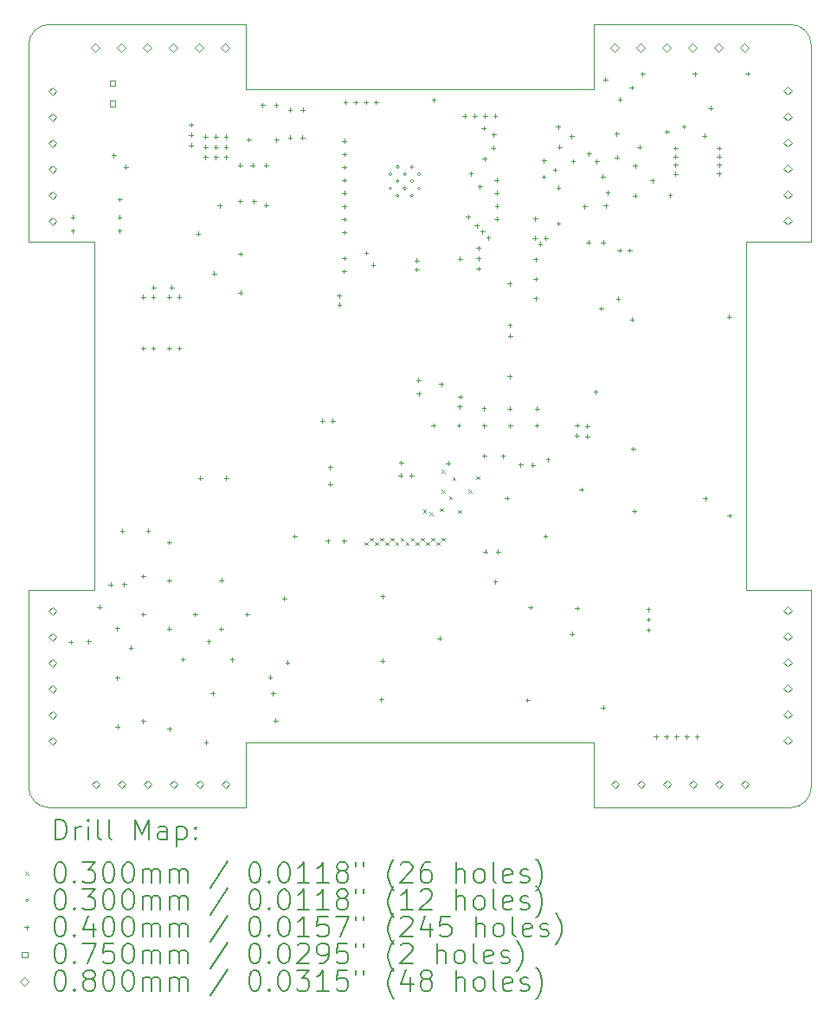
<source format=gbr>
%TF.GenerationSoftware,KiCad,Pcbnew,9.0.7*%
%TF.CreationDate,2026-02-18T22:12:28-06:00*%
%TF.ProjectId,grad_cap_display,67726164-5f63-4617-905f-646973706c61,rev?*%
%TF.SameCoordinates,Original*%
%TF.FileFunction,Drillmap*%
%TF.FilePolarity,Positive*%
%FSLAX45Y45*%
G04 Gerber Fmt 4.5, Leading zero omitted, Abs format (unit mm)*
G04 Created by KiCad (PCBNEW 9.0.7) date 2026-02-18 22:12:28*
%MOMM*%
%LPD*%
G01*
G04 APERTURE LIST*
%ADD10C,0.050000*%
%ADD11C,0.200000*%
%ADD12C,0.100000*%
G04 APERTURE END LIST*
D10*
X2128000Y-636000D02*
X5528000Y-636000D01*
X7019500Y-2130000D02*
X7019500Y-5530000D01*
X1000Y-5530000D02*
X1000Y-7457000D01*
X5528000Y-7657000D02*
X7455000Y-7657000D01*
X2128000Y-7657000D02*
X2128000Y-7021500D01*
X7455000Y-3000D02*
X5528000Y-3000D01*
X5528000Y-7021500D02*
X5528000Y-7657000D01*
X2128000Y-636000D02*
X2128000Y-3000D01*
X1000Y-2130000D02*
X639000Y-2130000D01*
X7655000Y-2130000D02*
X7655000Y-203000D01*
X1000Y-203000D02*
G75*
G02*
X201000Y-3000I200000J0D01*
G01*
X7655000Y-5530000D02*
X7019500Y-5530000D01*
X1000Y-203000D02*
X1000Y-2130000D01*
X201000Y-7657000D02*
G75*
G02*
X1000Y-7457000I0J200000D01*
G01*
X201000Y-7657000D02*
X2128000Y-7657000D01*
X5528000Y-7021500D02*
X2128000Y-7021500D01*
X7655000Y-7457000D02*
X7655000Y-5530000D01*
X7655000Y-7457000D02*
G75*
G02*
X7455000Y-7657000I-200000J0D01*
G01*
X7455000Y-3000D02*
G75*
G02*
X7655000Y-203000I0J-200000D01*
G01*
X639000Y-5530000D02*
X639000Y-2130000D01*
X2128000Y-3000D02*
X201000Y-3000D01*
X7019500Y-2130000D02*
X7655000Y-2130000D01*
X5528000Y-3000D02*
X5528000Y-636000D01*
X639000Y-5530000D02*
X1000Y-5530000D01*
D11*
D12*
X3288015Y-5062755D02*
X3318015Y-5092755D01*
X3318015Y-5062755D02*
X3288015Y-5092755D01*
X3338015Y-5017755D02*
X3368015Y-5047755D01*
X3368015Y-5017755D02*
X3338015Y-5047755D01*
X3388015Y-5062755D02*
X3418015Y-5092755D01*
X3418015Y-5062755D02*
X3388015Y-5092755D01*
X3438015Y-5017755D02*
X3468015Y-5047755D01*
X3468015Y-5017755D02*
X3438015Y-5047755D01*
X3488015Y-5062755D02*
X3518015Y-5092755D01*
X3518015Y-5062755D02*
X3488015Y-5092755D01*
X3538015Y-5017755D02*
X3568015Y-5047755D01*
X3568015Y-5017755D02*
X3538015Y-5047755D01*
X3588015Y-5062755D02*
X3618015Y-5092755D01*
X3618015Y-5062755D02*
X3588015Y-5092755D01*
X3638015Y-5017755D02*
X3668015Y-5047755D01*
X3668015Y-5017755D02*
X3638015Y-5047755D01*
X3688015Y-5062755D02*
X3718015Y-5092755D01*
X3718015Y-5062755D02*
X3688015Y-5092755D01*
X3738015Y-5017755D02*
X3768015Y-5047755D01*
X3768015Y-5017755D02*
X3738015Y-5047755D01*
X3788008Y-5062747D02*
X3818008Y-5092747D01*
X3818008Y-5062747D02*
X3788008Y-5092747D01*
X3838008Y-5017747D02*
X3868008Y-5047747D01*
X3868008Y-5017747D02*
X3838008Y-5047747D01*
X3859008Y-4743247D02*
X3889008Y-4773247D01*
X3889008Y-4743247D02*
X3859008Y-4773247D01*
X3888008Y-5062747D02*
X3918008Y-5092747D01*
X3918008Y-5062747D02*
X3888008Y-5092747D01*
X3920008Y-4769247D02*
X3950008Y-4799247D01*
X3950008Y-4769247D02*
X3920008Y-4799247D01*
X3938008Y-5017747D02*
X3968008Y-5047747D01*
X3968008Y-5017747D02*
X3938008Y-5047747D01*
X3988008Y-5062747D02*
X4018008Y-5092747D01*
X4018008Y-5062747D02*
X3988008Y-5092747D01*
X4021008Y-4732247D02*
X4051008Y-4762247D01*
X4051008Y-4732247D02*
X4021008Y-4762247D01*
X4038008Y-5017747D02*
X4068008Y-5047747D01*
X4068008Y-5017747D02*
X4038008Y-5047747D01*
X4041008Y-4549247D02*
X4071008Y-4579247D01*
X4071008Y-4549247D02*
X4041008Y-4579247D01*
X4042008Y-4353247D02*
X4072008Y-4383247D01*
X4072008Y-4353247D02*
X4042008Y-4383247D01*
X4112008Y-4613247D02*
X4142008Y-4643247D01*
X4142008Y-4613247D02*
X4112008Y-4643247D01*
X4144008Y-4428247D02*
X4174008Y-4458247D01*
X4174008Y-4428247D02*
X4144008Y-4458247D01*
X4201008Y-4749247D02*
X4231008Y-4779247D01*
X4231008Y-4749247D02*
X4201008Y-4779247D01*
X4303008Y-4548601D02*
X4333008Y-4578601D01*
X4333008Y-4548601D02*
X4303008Y-4578601D01*
X4379380Y-4420247D02*
X4409380Y-4450247D01*
X4409380Y-4420247D02*
X4379380Y-4450247D01*
X3554250Y-1465000D02*
G75*
G02*
X3524250Y-1465000I-15000J0D01*
G01*
X3524250Y-1465000D02*
G75*
G02*
X3554250Y-1465000I15000J0D01*
G01*
X3554250Y-1605000D02*
G75*
G02*
X3524250Y-1605000I-15000J0D01*
G01*
X3524250Y-1605000D02*
G75*
G02*
X3554250Y-1605000I15000J0D01*
G01*
X3624250Y-1395000D02*
G75*
G02*
X3594250Y-1395000I-15000J0D01*
G01*
X3594250Y-1395000D02*
G75*
G02*
X3624250Y-1395000I15000J0D01*
G01*
X3624250Y-1535000D02*
G75*
G02*
X3594250Y-1535000I-15000J0D01*
G01*
X3594250Y-1535000D02*
G75*
G02*
X3624250Y-1535000I15000J0D01*
G01*
X3624250Y-1675000D02*
G75*
G02*
X3594250Y-1675000I-15000J0D01*
G01*
X3594250Y-1675000D02*
G75*
G02*
X3624250Y-1675000I15000J0D01*
G01*
X3694250Y-1465000D02*
G75*
G02*
X3664250Y-1465000I-15000J0D01*
G01*
X3664250Y-1465000D02*
G75*
G02*
X3694250Y-1465000I15000J0D01*
G01*
X3694250Y-1605000D02*
G75*
G02*
X3664250Y-1605000I-15000J0D01*
G01*
X3664250Y-1605000D02*
G75*
G02*
X3694250Y-1605000I15000J0D01*
G01*
X3764250Y-1395000D02*
G75*
G02*
X3734250Y-1395000I-15000J0D01*
G01*
X3734250Y-1395000D02*
G75*
G02*
X3764250Y-1395000I15000J0D01*
G01*
X3764250Y-1535000D02*
G75*
G02*
X3734250Y-1535000I-15000J0D01*
G01*
X3734250Y-1535000D02*
G75*
G02*
X3764250Y-1535000I15000J0D01*
G01*
X3764250Y-1675000D02*
G75*
G02*
X3734250Y-1675000I-15000J0D01*
G01*
X3734250Y-1675000D02*
G75*
G02*
X3764250Y-1675000I15000J0D01*
G01*
X3834250Y-1465000D02*
G75*
G02*
X3804250Y-1465000I-15000J0D01*
G01*
X3804250Y-1465000D02*
G75*
G02*
X3834250Y-1465000I15000J0D01*
G01*
X3834250Y-1605000D02*
G75*
G02*
X3804250Y-1605000I-15000J0D01*
G01*
X3804250Y-1605000D02*
G75*
G02*
X3834250Y-1605000I15000J0D01*
G01*
X410008Y-6018247D02*
X410008Y-6058247D01*
X390008Y-6038247D02*
X430008Y-6038247D01*
X431007Y-1998247D02*
X431007Y-2038247D01*
X411007Y-2018247D02*
X451007Y-2018247D01*
X432008Y-1866247D02*
X432008Y-1906247D01*
X412008Y-1886247D02*
X452008Y-1886247D01*
X586008Y-6012247D02*
X586008Y-6052247D01*
X566008Y-6032247D02*
X606008Y-6032247D01*
X690008Y-5676247D02*
X690008Y-5716247D01*
X670008Y-5696247D02*
X710008Y-5696247D01*
X800008Y-5457247D02*
X800008Y-5497247D01*
X780008Y-5477247D02*
X820008Y-5477247D01*
X832008Y-1262247D02*
X832008Y-1302247D01*
X812008Y-1282247D02*
X852008Y-1282247D01*
X866008Y-5886247D02*
X866008Y-5926247D01*
X846008Y-5906247D02*
X886008Y-5906247D01*
X867008Y-6368247D02*
X867008Y-6408247D01*
X847008Y-6388247D02*
X887008Y-6388247D01*
X868008Y-6846247D02*
X868008Y-6886247D01*
X848008Y-6866247D02*
X888008Y-6866247D01*
X888007Y-1998247D02*
X888007Y-2038247D01*
X868007Y-2018247D02*
X908007Y-2018247D01*
X889007Y-1866247D02*
X889007Y-1906247D01*
X869007Y-1886247D02*
X909007Y-1886247D01*
X890008Y-1690247D02*
X890008Y-1730247D01*
X870008Y-1710247D02*
X910008Y-1710247D01*
X913008Y-4932247D02*
X913008Y-4972247D01*
X893008Y-4952247D02*
X933008Y-4952247D01*
X934008Y-5454247D02*
X934008Y-5494247D01*
X914008Y-5474247D02*
X954008Y-5474247D01*
X949008Y-1374247D02*
X949008Y-1414247D01*
X929008Y-1394247D02*
X969008Y-1394247D01*
X999008Y-6073247D02*
X999008Y-6113247D01*
X979008Y-6093247D02*
X1019008Y-6093247D01*
X1118008Y-3147195D02*
X1118008Y-3187195D01*
X1098008Y-3167195D02*
X1138008Y-3167195D01*
X1119008Y-2644195D02*
X1119008Y-2684195D01*
X1099008Y-2664195D02*
X1139008Y-2664195D01*
X1119008Y-6790247D02*
X1119008Y-6830247D01*
X1099008Y-6810247D02*
X1139008Y-6810247D01*
X1121008Y-5373247D02*
X1121008Y-5413247D01*
X1101008Y-5393247D02*
X1141008Y-5393247D01*
X1121008Y-5747247D02*
X1121008Y-5787247D01*
X1101008Y-5767247D02*
X1141008Y-5767247D01*
X1168008Y-4932247D02*
X1168008Y-4972247D01*
X1148008Y-4952247D02*
X1188008Y-4952247D01*
X1218008Y-3147195D02*
X1218008Y-3187195D01*
X1198008Y-3167195D02*
X1238008Y-3167195D01*
X1219008Y-2644195D02*
X1219008Y-2684195D01*
X1199008Y-2664195D02*
X1239008Y-2664195D01*
X1220008Y-2552247D02*
X1220008Y-2592247D01*
X1200008Y-2572247D02*
X1240008Y-2572247D01*
X1372008Y-3148247D02*
X1372008Y-3188247D01*
X1352008Y-3168247D02*
X1392008Y-3168247D01*
X1373008Y-2645247D02*
X1373008Y-2685247D01*
X1353008Y-2665247D02*
X1393008Y-2665247D01*
X1374008Y-5889247D02*
X1374008Y-5929247D01*
X1354008Y-5909247D02*
X1394008Y-5909247D01*
X1375008Y-5044247D02*
X1375008Y-5084247D01*
X1355008Y-5064247D02*
X1395008Y-5064247D01*
X1375008Y-5416247D02*
X1375008Y-5456247D01*
X1355008Y-5436247D02*
X1395008Y-5436247D01*
X1376008Y-6868247D02*
X1376008Y-6908247D01*
X1356008Y-6888247D02*
X1396008Y-6888247D01*
X1399008Y-2553247D02*
X1399008Y-2593247D01*
X1379008Y-2573247D02*
X1419008Y-2573247D01*
X1472008Y-3148247D02*
X1472008Y-3188247D01*
X1452008Y-3168247D02*
X1492008Y-3168247D01*
X1473008Y-2645247D02*
X1473008Y-2685247D01*
X1453008Y-2665247D02*
X1493008Y-2665247D01*
X1507008Y-6188247D02*
X1507008Y-6228247D01*
X1487008Y-6208247D02*
X1527008Y-6208247D01*
X1587008Y-962247D02*
X1587008Y-1002247D01*
X1567008Y-982247D02*
X1607008Y-982247D01*
X1587008Y-1062247D02*
X1587008Y-1102247D01*
X1567008Y-1082247D02*
X1607008Y-1082247D01*
X1587008Y-1162247D02*
X1587008Y-1202247D01*
X1567008Y-1182247D02*
X1607008Y-1182247D01*
X1629008Y-5746247D02*
X1629008Y-5786247D01*
X1609008Y-5766247D02*
X1649008Y-5766247D01*
X1657508Y-2026497D02*
X1657508Y-2066497D01*
X1637508Y-2046497D02*
X1677508Y-2046497D01*
X1677008Y-4415247D02*
X1677008Y-4455247D01*
X1657008Y-4435247D02*
X1697008Y-4435247D01*
X1730008Y-1079247D02*
X1730008Y-1119247D01*
X1710008Y-1099247D02*
X1750008Y-1099247D01*
X1730008Y-1179247D02*
X1730008Y-1219247D01*
X1710008Y-1199247D02*
X1750008Y-1199247D01*
X1730008Y-1279247D02*
X1730008Y-1319247D01*
X1710008Y-1299247D02*
X1750008Y-1299247D01*
X1735008Y-6997247D02*
X1735008Y-7037247D01*
X1715008Y-7017247D02*
X1755008Y-7017247D01*
X1760122Y-6013247D02*
X1760122Y-6053247D01*
X1740122Y-6033247D02*
X1780122Y-6033247D01*
X1801008Y-6521247D02*
X1801008Y-6561247D01*
X1781008Y-6541247D02*
X1821008Y-6541247D01*
X1815008Y-2416247D02*
X1815008Y-2456247D01*
X1795008Y-2436247D02*
X1835008Y-2436247D01*
X1830008Y-1079247D02*
X1830008Y-1119247D01*
X1810008Y-1099247D02*
X1850008Y-1099247D01*
X1830008Y-1179247D02*
X1830008Y-1219247D01*
X1810008Y-1199247D02*
X1850008Y-1199247D01*
X1830008Y-1279247D02*
X1830008Y-1319247D01*
X1810008Y-1299247D02*
X1850008Y-1299247D01*
X1869066Y-1753247D02*
X1869066Y-1793247D01*
X1849066Y-1773247D02*
X1889066Y-1773247D01*
X1882008Y-5891247D02*
X1882008Y-5931247D01*
X1862008Y-5911247D02*
X1902008Y-5911247D01*
X1884008Y-5415247D02*
X1884008Y-5455247D01*
X1864008Y-5435247D02*
X1904008Y-5435247D01*
X1930008Y-1079247D02*
X1930008Y-1119247D01*
X1910008Y-1099247D02*
X1950008Y-1099247D01*
X1930008Y-1179247D02*
X1930008Y-1219247D01*
X1910008Y-1199247D02*
X1950008Y-1199247D01*
X1930008Y-1279247D02*
X1930008Y-1319247D01*
X1910008Y-1299247D02*
X1950008Y-1299247D01*
X1932008Y-4416247D02*
X1932008Y-4456247D01*
X1912008Y-4436247D02*
X1952008Y-4436247D01*
X1988008Y-6189247D02*
X1988008Y-6229247D01*
X1968008Y-6209247D02*
X2008008Y-6209247D01*
X2067008Y-1709247D02*
X2067008Y-1749247D01*
X2047008Y-1729247D02*
X2087008Y-1729247D01*
X2068008Y-1358247D02*
X2068008Y-1398247D01*
X2048008Y-1378247D02*
X2088008Y-1378247D01*
X2070008Y-2604247D02*
X2070008Y-2644247D01*
X2050008Y-2624247D02*
X2090008Y-2624247D01*
X2071008Y-2225247D02*
X2071008Y-2265247D01*
X2051008Y-2245247D02*
X2091008Y-2245247D01*
X2137008Y-5746247D02*
X2137008Y-5786247D01*
X2117008Y-5766247D02*
X2157008Y-5766247D01*
X2152008Y-1108185D02*
X2152008Y-1148185D01*
X2132008Y-1128185D02*
X2172008Y-1128185D01*
X2188008Y-1358623D02*
X2188008Y-1398623D01*
X2168008Y-1378623D02*
X2208008Y-1378623D01*
X2202008Y-1709871D02*
X2202008Y-1749871D01*
X2182008Y-1729871D02*
X2222008Y-1729871D01*
X2288008Y-772060D02*
X2288008Y-812060D01*
X2268008Y-792060D02*
X2308008Y-792060D01*
X2322008Y-1749247D02*
X2322008Y-1789247D01*
X2302008Y-1769247D02*
X2342008Y-1769247D01*
X2323008Y-1359247D02*
X2323008Y-1399247D01*
X2303008Y-1379247D02*
X2343008Y-1379247D01*
X2361008Y-6361247D02*
X2361008Y-6401247D01*
X2341008Y-6381247D02*
X2381008Y-6381247D01*
X2391008Y-6521247D02*
X2391008Y-6561247D01*
X2371008Y-6541247D02*
X2411008Y-6541247D01*
X2414008Y-6785247D02*
X2414008Y-6825247D01*
X2394008Y-6805247D02*
X2434008Y-6805247D01*
X2421008Y-772060D02*
X2421008Y-812060D01*
X2401008Y-792060D02*
X2441008Y-792060D01*
X2422008Y-1108309D02*
X2422008Y-1148309D01*
X2402008Y-1128309D02*
X2442008Y-1128309D01*
X2501008Y-5593247D02*
X2501008Y-5633247D01*
X2481008Y-5613247D02*
X2521008Y-5613247D01*
X2530008Y-6217247D02*
X2530008Y-6257247D01*
X2510008Y-6237247D02*
X2550008Y-6237247D01*
X2555008Y-815060D02*
X2555008Y-855060D01*
X2535008Y-835060D02*
X2575008Y-835060D01*
X2556008Y-1087309D02*
X2556008Y-1127309D01*
X2536008Y-1107309D02*
X2576008Y-1107309D01*
X2600000Y-4985000D02*
X2600000Y-5025000D01*
X2580000Y-5005000D02*
X2620000Y-5005000D01*
X2677008Y-1087309D02*
X2677008Y-1127309D01*
X2657008Y-1107309D02*
X2697008Y-1107309D01*
X2679008Y-816060D02*
X2679008Y-856060D01*
X2659008Y-836060D02*
X2699008Y-836060D01*
X2873008Y-3856246D02*
X2873008Y-3896246D01*
X2853008Y-3876246D02*
X2893008Y-3876246D01*
X2925000Y-5030000D02*
X2925000Y-5070000D01*
X2905000Y-5050000D02*
X2945000Y-5050000D01*
X2948008Y-4311247D02*
X2948008Y-4351247D01*
X2928008Y-4331247D02*
X2968008Y-4331247D01*
X2949008Y-4473247D02*
X2949008Y-4513247D01*
X2929008Y-4493247D02*
X2969008Y-4493247D01*
X2975008Y-3857246D02*
X2975008Y-3897246D01*
X2955008Y-3877246D02*
X2995008Y-3877246D01*
X3037008Y-2634247D02*
X3037008Y-2674247D01*
X3017008Y-2654247D02*
X3057008Y-2654247D01*
X3038008Y-2720247D02*
X3038008Y-2760247D01*
X3018008Y-2740247D02*
X3058008Y-2740247D01*
X3084407Y-2393988D02*
X3084407Y-2433988D01*
X3064407Y-2413988D02*
X3104407Y-2413988D01*
X3085000Y-5030000D02*
X3085000Y-5070000D01*
X3065000Y-5050000D02*
X3105000Y-5050000D01*
X3085508Y-1250247D02*
X3085508Y-1290247D01*
X3065508Y-1270247D02*
X3105508Y-1270247D01*
X3085508Y-1377747D02*
X3085508Y-1417747D01*
X3065508Y-1397747D02*
X3105508Y-1397747D01*
X3085508Y-1630247D02*
X3085508Y-1670247D01*
X3065508Y-1650247D02*
X3105508Y-1650247D01*
X3085508Y-1760247D02*
X3085508Y-1800247D01*
X3065508Y-1780247D02*
X3105508Y-1780247D01*
X3085508Y-2012747D02*
X3085508Y-2052747D01*
X3065508Y-2032747D02*
X3105508Y-2032747D01*
X3085508Y-2267747D02*
X3085508Y-2307747D01*
X3065508Y-2287747D02*
X3105508Y-2287747D01*
X3088008Y-1122747D02*
X3088008Y-1162747D01*
X3068008Y-1142747D02*
X3108008Y-1142747D01*
X3088008Y-1505247D02*
X3088008Y-1545247D01*
X3068008Y-1525247D02*
X3108008Y-1525247D01*
X3088008Y-1885247D02*
X3088008Y-1925247D01*
X3068008Y-1905247D02*
X3108008Y-1905247D01*
X3097346Y-743148D02*
X3097346Y-783148D01*
X3077346Y-763148D02*
X3117346Y-763148D01*
X3197008Y-743247D02*
X3197008Y-783247D01*
X3177008Y-763247D02*
X3217008Y-763247D01*
X3297008Y-743247D02*
X3297008Y-783247D01*
X3277008Y-763247D02*
X3317008Y-763247D01*
X3301008Y-2216247D02*
X3301008Y-2256247D01*
X3281008Y-2236247D02*
X3321008Y-2236247D01*
X3368008Y-2332747D02*
X3368008Y-2372747D01*
X3348008Y-2352747D02*
X3388008Y-2352747D01*
X3397008Y-743247D02*
X3397008Y-783247D01*
X3377008Y-763247D02*
X3417008Y-763247D01*
X3447008Y-6580247D02*
X3447008Y-6620247D01*
X3427008Y-6600247D02*
X3467008Y-6600247D01*
X3458008Y-6201247D02*
X3458008Y-6241247D01*
X3438008Y-6221247D02*
X3478008Y-6221247D01*
X3460008Y-5573247D02*
X3460008Y-5613247D01*
X3440008Y-5593247D02*
X3480008Y-5593247D01*
X3638008Y-4389247D02*
X3638008Y-4429247D01*
X3618008Y-4409247D02*
X3658008Y-4409247D01*
X3643008Y-4265247D02*
X3643008Y-4305247D01*
X3623008Y-4285247D02*
X3663008Y-4285247D01*
X3744008Y-4389247D02*
X3744008Y-4429247D01*
X3724008Y-4409247D02*
X3764008Y-4409247D01*
X3795508Y-2289247D02*
X3795508Y-2329247D01*
X3775508Y-2309247D02*
X3815508Y-2309247D01*
X3795508Y-2376247D02*
X3795508Y-2416247D01*
X3775508Y-2396247D02*
X3815508Y-2396247D01*
X3812008Y-3457247D02*
X3812008Y-3497247D01*
X3792008Y-3477247D02*
X3832008Y-3477247D01*
X3815008Y-3590247D02*
X3815008Y-3630247D01*
X3795008Y-3610247D02*
X3835008Y-3610247D01*
X3959008Y-3901247D02*
X3959008Y-3941247D01*
X3939008Y-3921247D02*
X3979008Y-3921247D01*
X3961008Y-721247D02*
X3961008Y-761247D01*
X3941008Y-741247D02*
X3981008Y-741247D01*
X4018008Y-5980247D02*
X4018008Y-6020247D01*
X3998008Y-6000247D02*
X4038008Y-6000247D01*
X4036008Y-3497247D02*
X4036008Y-3537247D01*
X4016008Y-3517247D02*
X4056008Y-3517247D01*
X4104008Y-4271247D02*
X4104008Y-4311247D01*
X4084008Y-4291247D02*
X4124008Y-4291247D01*
X4208008Y-3901247D02*
X4208008Y-3941247D01*
X4188008Y-3921247D02*
X4228008Y-3921247D01*
X4213407Y-3718843D02*
X4213407Y-3758843D01*
X4193407Y-3738843D02*
X4233407Y-3738843D01*
X4218008Y-2272247D02*
X4218008Y-2312247D01*
X4198008Y-2292247D02*
X4238008Y-2292247D01*
X4220008Y-3621247D02*
X4220008Y-3661247D01*
X4200008Y-3641247D02*
X4240008Y-3641247D01*
X4263346Y-876148D02*
X4263346Y-916148D01*
X4243346Y-896148D02*
X4283346Y-896148D01*
X4297008Y-1862247D02*
X4297008Y-1902247D01*
X4277008Y-1882247D02*
X4317008Y-1882247D01*
X4326008Y-1439247D02*
X4326008Y-1479247D01*
X4306008Y-1459247D02*
X4346008Y-1459247D01*
X4363008Y-876247D02*
X4363008Y-916247D01*
X4343008Y-896247D02*
X4383008Y-896247D01*
X4382008Y-1948247D02*
X4382008Y-1988247D01*
X4362008Y-1968247D02*
X4402008Y-1968247D01*
X4399008Y-2169247D02*
X4399008Y-2209247D01*
X4379008Y-2189247D02*
X4419008Y-2189247D01*
X4399008Y-2269247D02*
X4399008Y-2309247D01*
X4379008Y-2289247D02*
X4419008Y-2289247D01*
X4399008Y-2369247D02*
X4399008Y-2409247D01*
X4379008Y-2389247D02*
X4419008Y-2389247D01*
X4413008Y-1566247D02*
X4413008Y-1606247D01*
X4393008Y-1586247D02*
X4433008Y-1586247D01*
X4438008Y-2008247D02*
X4438008Y-2048247D01*
X4418008Y-2028247D02*
X4458008Y-2028247D01*
X4449008Y-997747D02*
X4449008Y-1037747D01*
X4429008Y-1017747D02*
X4469008Y-1017747D01*
X4452008Y-3734247D02*
X4452008Y-3774247D01*
X4432008Y-3754247D02*
X4472008Y-3754247D01*
X4455008Y-3903247D02*
X4455008Y-3943247D01*
X4435008Y-3923247D02*
X4475008Y-3923247D01*
X4455008Y-4198247D02*
X4455008Y-4238247D01*
X4435008Y-4218247D02*
X4475008Y-4218247D01*
X4459008Y-1296247D02*
X4459008Y-1336247D01*
X4439008Y-1316247D02*
X4479008Y-1316247D01*
X4463008Y-876247D02*
X4463008Y-916247D01*
X4443008Y-896247D02*
X4483008Y-896247D01*
X4468008Y-5135247D02*
X4468008Y-5175247D01*
X4448008Y-5155247D02*
X4488008Y-5155247D01*
X4496008Y-2066247D02*
X4496008Y-2106247D01*
X4476008Y-2086247D02*
X4516008Y-2086247D01*
X4542008Y-1188247D02*
X4542008Y-1228247D01*
X4522008Y-1208247D02*
X4562008Y-1208247D01*
X4547008Y-1058247D02*
X4547008Y-1098247D01*
X4527008Y-1078247D02*
X4567008Y-1078247D01*
X4563008Y-876247D02*
X4563008Y-916247D01*
X4543008Y-896247D02*
X4583008Y-896247D01*
X4563008Y-5429247D02*
X4563008Y-5469247D01*
X4543008Y-5449247D02*
X4583008Y-5449247D01*
X4578008Y-1883247D02*
X4578008Y-1923247D01*
X4558008Y-1903247D02*
X4598008Y-1903247D01*
X4578153Y-1502273D02*
X4578153Y-1542273D01*
X4558153Y-1522273D02*
X4598153Y-1522273D01*
X4578153Y-1629158D02*
X4578153Y-1669158D01*
X4558153Y-1649158D02*
X4598153Y-1649158D01*
X4578765Y-1756494D02*
X4578765Y-1796494D01*
X4558765Y-1776494D02*
X4598765Y-1776494D01*
X4591008Y-5135247D02*
X4591008Y-5175247D01*
X4571008Y-5155247D02*
X4611008Y-5155247D01*
X4638008Y-4201247D02*
X4638008Y-4241247D01*
X4618008Y-4221247D02*
X4658008Y-4221247D01*
X4679008Y-4612247D02*
X4679008Y-4652247D01*
X4659008Y-4632247D02*
X4699008Y-4632247D01*
X4705008Y-2515247D02*
X4705008Y-2555247D01*
X4685008Y-2535247D02*
X4725008Y-2535247D01*
X4705008Y-3420247D02*
X4705008Y-3460247D01*
X4685008Y-3440247D02*
X4725008Y-3440247D01*
X4705008Y-3736247D02*
X4705008Y-3776247D01*
X4685008Y-3756247D02*
X4725008Y-3756247D01*
X4707008Y-2920247D02*
X4707008Y-2960247D01*
X4687008Y-2940247D02*
X4727008Y-2940247D01*
X4708008Y-3903247D02*
X4708008Y-3943247D01*
X4688008Y-3923247D02*
X4728008Y-3923247D01*
X4710008Y-3025247D02*
X4710008Y-3065247D01*
X4690008Y-3045247D02*
X4730008Y-3045247D01*
X4812008Y-4285247D02*
X4812008Y-4325247D01*
X4792008Y-4305247D02*
X4832008Y-4305247D01*
X4879008Y-6585247D02*
X4879008Y-6625247D01*
X4859008Y-6605247D02*
X4899008Y-6605247D01*
X4907008Y-5680247D02*
X4907008Y-5720247D01*
X4887008Y-5700247D02*
X4927008Y-5700247D01*
X4930008Y-4287247D02*
X4930008Y-4327247D01*
X4910008Y-4307247D02*
X4950008Y-4307247D01*
X4948008Y-2069247D02*
X4948008Y-2109247D01*
X4928008Y-2089247D02*
X4968008Y-2089247D01*
X4955008Y-1879247D02*
X4955008Y-1919247D01*
X4935008Y-1899247D02*
X4975008Y-1899247D01*
X4958008Y-2471247D02*
X4958008Y-2511247D01*
X4938008Y-2491247D02*
X4978008Y-2491247D01*
X4958008Y-2660247D02*
X4958008Y-2700247D01*
X4938008Y-2680247D02*
X4978008Y-2680247D01*
X4959008Y-2279247D02*
X4959008Y-2319247D01*
X4939008Y-2299247D02*
X4979008Y-2299247D01*
X4969008Y-3902247D02*
X4969008Y-3942247D01*
X4949008Y-3922247D02*
X4989008Y-3922247D01*
X4973008Y-3736247D02*
X4973008Y-3776247D01*
X4953008Y-3756247D02*
X4993008Y-3756247D01*
X5002008Y-2129247D02*
X5002008Y-2169247D01*
X4982008Y-2149247D02*
X5022008Y-2149247D01*
X5038008Y-1470247D02*
X5038008Y-1510247D01*
X5018008Y-1490247D02*
X5058008Y-1490247D01*
X5039008Y-1314247D02*
X5039008Y-1354247D01*
X5019008Y-1334247D02*
X5059008Y-1334247D01*
X5055000Y-4985000D02*
X5055000Y-5025000D01*
X5035000Y-5005000D02*
X5075000Y-5005000D01*
X5057008Y-2069247D02*
X5057008Y-2109247D01*
X5037008Y-2089247D02*
X5077008Y-2089247D01*
X5079008Y-4235247D02*
X5079008Y-4275247D01*
X5059008Y-4255247D02*
X5099008Y-4255247D01*
X5148008Y-1403247D02*
X5148008Y-1443247D01*
X5128008Y-1423247D02*
X5168008Y-1423247D01*
X5179008Y-984247D02*
X5179008Y-1024247D01*
X5159008Y-1004247D02*
X5199008Y-1004247D01*
X5180008Y-1927247D02*
X5180008Y-1967247D01*
X5160008Y-1947247D02*
X5200008Y-1947247D01*
X5181008Y-1579247D02*
X5181008Y-1619247D01*
X5161008Y-1599247D02*
X5201008Y-1599247D01*
X5191008Y-1180247D02*
X5191008Y-1220247D01*
X5171008Y-1200247D02*
X5211008Y-1200247D01*
X5309008Y-1076247D02*
X5309008Y-1116247D01*
X5289008Y-1096247D02*
X5329008Y-1096247D01*
X5315000Y-5940000D02*
X5315000Y-5980000D01*
X5295000Y-5960000D02*
X5335000Y-5960000D01*
X5325008Y-1319247D02*
X5325008Y-1359247D01*
X5305008Y-1339247D02*
X5345008Y-1339247D01*
X5362216Y-4000392D02*
X5362216Y-4040392D01*
X5342216Y-4020392D02*
X5382216Y-4020392D01*
X5363008Y-3900247D02*
X5363008Y-3940247D01*
X5343008Y-3920247D02*
X5383008Y-3920247D01*
X5365000Y-5686493D02*
X5365000Y-5726493D01*
X5345000Y-5706493D02*
X5385000Y-5706493D01*
X5407008Y-4527747D02*
X5407008Y-4567747D01*
X5387008Y-4547747D02*
X5427008Y-4547747D01*
X5436008Y-1760247D02*
X5436008Y-1800247D01*
X5416008Y-1780247D02*
X5456008Y-1780247D01*
X5462008Y-4008247D02*
X5462008Y-4048247D01*
X5442008Y-4028247D02*
X5482008Y-4028247D01*
X5462410Y-3908388D02*
X5462410Y-3948388D01*
X5442410Y-3928388D02*
X5482410Y-3928388D01*
X5474008Y-2112247D02*
X5474008Y-2152247D01*
X5454008Y-2132247D02*
X5494008Y-2132247D01*
X5481008Y-1245247D02*
X5481008Y-1285247D01*
X5461008Y-1265247D02*
X5501008Y-1265247D01*
X5545008Y-3574247D02*
X5545008Y-3614247D01*
X5525008Y-3594247D02*
X5565008Y-3594247D01*
X5557008Y-1322247D02*
X5557008Y-1362247D01*
X5537008Y-1342247D02*
X5577008Y-1342247D01*
X5599008Y-2757247D02*
X5599008Y-2797247D01*
X5579008Y-2777247D02*
X5619008Y-2777247D01*
X5616008Y-1469247D02*
X5616008Y-1509247D01*
X5596008Y-1489247D02*
X5636008Y-1489247D01*
X5617008Y-6659247D02*
X5617008Y-6699247D01*
X5597008Y-6679247D02*
X5637008Y-6679247D01*
X5618008Y-2111247D02*
X5618008Y-2151247D01*
X5598008Y-2131247D02*
X5638008Y-2131247D01*
X5642008Y-519247D02*
X5642008Y-559247D01*
X5622008Y-539247D02*
X5662008Y-539247D01*
X5644008Y-1752247D02*
X5644008Y-1792247D01*
X5624008Y-1772247D02*
X5664008Y-1772247D01*
X5663008Y-1626247D02*
X5663008Y-1666247D01*
X5643008Y-1646247D02*
X5683008Y-1646247D01*
X5751008Y-1050247D02*
X5751008Y-1090247D01*
X5731008Y-1070247D02*
X5771008Y-1070247D01*
X5753008Y-1281247D02*
X5753008Y-1321247D01*
X5733008Y-1301247D02*
X5773008Y-1301247D01*
X5764008Y-2661247D02*
X5764008Y-2701247D01*
X5744008Y-2681247D02*
X5784008Y-2681247D01*
X5779008Y-2190247D02*
X5779008Y-2230247D01*
X5759008Y-2210247D02*
X5799008Y-2210247D01*
X5781008Y-715247D02*
X5781008Y-755247D01*
X5761008Y-735247D02*
X5801008Y-735247D01*
X5878008Y-2190247D02*
X5878008Y-2230247D01*
X5858008Y-2210247D02*
X5898008Y-2210247D01*
X5899008Y-598247D02*
X5899008Y-638247D01*
X5879008Y-618247D02*
X5919008Y-618247D01*
X5900008Y-2864247D02*
X5900008Y-2904247D01*
X5880008Y-2884247D02*
X5920008Y-2884247D01*
X5912000Y-4129000D02*
X5912000Y-4169000D01*
X5892000Y-4149000D02*
X5932000Y-4149000D01*
X5923008Y-4740247D02*
X5923008Y-4780247D01*
X5903008Y-4760247D02*
X5943008Y-4760247D01*
X5931008Y-1363247D02*
X5931008Y-1403247D01*
X5911008Y-1383247D02*
X5951008Y-1383247D01*
X5932008Y-1653247D02*
X5932008Y-1693247D01*
X5912008Y-1673247D02*
X5952008Y-1673247D01*
X5974008Y-1180247D02*
X5974008Y-1220247D01*
X5954008Y-1200247D02*
X5994008Y-1200247D01*
X6006008Y-466247D02*
X6006008Y-506247D01*
X5986008Y-486247D02*
X6026008Y-486247D01*
X6061008Y-5698247D02*
X6061008Y-5738247D01*
X6041008Y-5718247D02*
X6081008Y-5718247D01*
X6061008Y-5798247D02*
X6061008Y-5838247D01*
X6041008Y-5818247D02*
X6081008Y-5818247D01*
X6061008Y-5898247D02*
X6061008Y-5938247D01*
X6041008Y-5918247D02*
X6081008Y-5918247D01*
X6101008Y-1508247D02*
X6101008Y-1548247D01*
X6081008Y-1528247D02*
X6121008Y-1528247D01*
X6135405Y-6943818D02*
X6135405Y-6983818D01*
X6115405Y-6963818D02*
X6155405Y-6963818D01*
X6235405Y-6943818D02*
X6235405Y-6983818D01*
X6215405Y-6963818D02*
X6255405Y-6963818D01*
X6242008Y-1031247D02*
X6242008Y-1071247D01*
X6222008Y-1051247D02*
X6262008Y-1051247D01*
X6274008Y-1650247D02*
X6274008Y-1690247D01*
X6254008Y-1670247D02*
X6294008Y-1670247D01*
X6325472Y-1275247D02*
X6325472Y-1315247D01*
X6305472Y-1295247D02*
X6345472Y-1295247D01*
X6325896Y-1441802D02*
X6325896Y-1481802D01*
X6305896Y-1461802D02*
X6345896Y-1461802D01*
X6325905Y-1355355D02*
X6325905Y-1395355D01*
X6305905Y-1375355D02*
X6345905Y-1375355D01*
X6325972Y-1191247D02*
X6325972Y-1231247D01*
X6305972Y-1211247D02*
X6345972Y-1211247D01*
X6335405Y-6943818D02*
X6335405Y-6983818D01*
X6315405Y-6963818D02*
X6355405Y-6963818D01*
X6409008Y-980247D02*
X6409008Y-1020247D01*
X6389008Y-1000247D02*
X6429008Y-1000247D01*
X6435405Y-6943818D02*
X6435405Y-6983818D01*
X6415405Y-6963818D02*
X6455405Y-6963818D01*
X6516008Y-465247D02*
X6516008Y-505247D01*
X6496008Y-485247D02*
X6536008Y-485247D01*
X6535405Y-6943818D02*
X6535405Y-6983818D01*
X6515405Y-6963818D02*
X6555405Y-6963818D01*
X6608008Y-1069247D02*
X6608008Y-1109247D01*
X6588008Y-1089247D02*
X6628008Y-1089247D01*
X6616008Y-4616247D02*
X6616008Y-4656247D01*
X6596008Y-4636247D02*
X6636008Y-4636247D01*
X6667008Y-799247D02*
X6667008Y-839247D01*
X6647008Y-819247D02*
X6687008Y-819247D01*
X6752972Y-1275247D02*
X6752972Y-1315247D01*
X6732972Y-1295247D02*
X6772972Y-1295247D01*
X6753405Y-1355355D02*
X6753405Y-1395355D01*
X6733405Y-1375355D02*
X6773405Y-1375355D01*
X6753472Y-1191247D02*
X6753472Y-1231247D01*
X6733472Y-1211247D02*
X6773472Y-1211247D01*
X6753508Y-1439311D02*
X6753508Y-1479311D01*
X6733508Y-1459311D02*
X6773508Y-1459311D01*
X6851008Y-2839247D02*
X6851008Y-2879247D01*
X6831008Y-2859247D02*
X6871008Y-2859247D01*
X6853008Y-4781247D02*
X6853008Y-4821247D01*
X6833008Y-4801247D02*
X6873008Y-4801247D01*
X7032008Y-464247D02*
X7032008Y-504247D01*
X7012008Y-484247D02*
X7052008Y-484247D01*
X849524Y-602764D02*
X849524Y-549730D01*
X796491Y-549730D01*
X796491Y-602764D01*
X849524Y-602764D01*
X849524Y-802764D02*
X849524Y-749730D01*
X796491Y-749730D01*
X796491Y-802764D01*
X849524Y-802764D01*
X232100Y-696750D02*
X272100Y-656750D01*
X232100Y-616750D01*
X192100Y-656750D01*
X232100Y-696750D01*
X232100Y-950750D02*
X272100Y-910750D01*
X232100Y-870750D01*
X192100Y-910750D01*
X232100Y-950750D01*
X232100Y-1204750D02*
X272100Y-1164750D01*
X232100Y-1124750D01*
X192100Y-1164750D01*
X232100Y-1204750D01*
X232100Y-1458750D02*
X272100Y-1418750D01*
X232100Y-1378750D01*
X192100Y-1418750D01*
X232100Y-1458750D01*
X232100Y-1712750D02*
X272100Y-1672750D01*
X232100Y-1632750D01*
X192100Y-1672750D01*
X232100Y-1712750D01*
X232100Y-1966750D02*
X272100Y-1926750D01*
X232100Y-1886750D01*
X192100Y-1926750D01*
X232100Y-1966750D01*
X232100Y-5776750D02*
X272100Y-5736750D01*
X232100Y-5696750D01*
X192100Y-5736750D01*
X232100Y-5776750D01*
X232100Y-6030750D02*
X272100Y-5990750D01*
X232100Y-5950750D01*
X192100Y-5990750D01*
X232100Y-6030750D01*
X232100Y-6284750D02*
X272100Y-6244750D01*
X232100Y-6204750D01*
X192100Y-6244750D01*
X232100Y-6284750D01*
X232100Y-6538750D02*
X272100Y-6498750D01*
X232100Y-6458750D01*
X192100Y-6498750D01*
X232100Y-6538750D01*
X232100Y-6792750D02*
X272100Y-6752750D01*
X232100Y-6712750D01*
X192100Y-6752750D01*
X232100Y-6792750D01*
X232100Y-7046750D02*
X272100Y-7006750D01*
X232100Y-6966750D01*
X192100Y-7006750D01*
X232100Y-7046750D01*
X651250Y-268600D02*
X691250Y-228600D01*
X651250Y-188600D01*
X611250Y-228600D01*
X651250Y-268600D01*
X657250Y-7468400D02*
X697250Y-7428400D01*
X657250Y-7388400D01*
X617250Y-7428400D01*
X657250Y-7468400D01*
X905250Y-268600D02*
X945250Y-228600D01*
X905250Y-188600D01*
X865250Y-228600D01*
X905250Y-268600D01*
X911250Y-7468400D02*
X951250Y-7428400D01*
X911250Y-7388400D01*
X871250Y-7428400D01*
X911250Y-7468400D01*
X1159250Y-268600D02*
X1199250Y-228600D01*
X1159250Y-188600D01*
X1119250Y-228600D01*
X1159250Y-268600D01*
X1165250Y-7468400D02*
X1205250Y-7428400D01*
X1165250Y-7388400D01*
X1125250Y-7428400D01*
X1165250Y-7468400D01*
X1413250Y-268600D02*
X1453250Y-228600D01*
X1413250Y-188600D01*
X1373250Y-228600D01*
X1413250Y-268600D01*
X1419250Y-7468400D02*
X1459250Y-7428400D01*
X1419250Y-7388400D01*
X1379250Y-7428400D01*
X1419250Y-7468400D01*
X1667250Y-268600D02*
X1707250Y-228600D01*
X1667250Y-188600D01*
X1627250Y-228600D01*
X1667250Y-268600D01*
X1673250Y-7468400D02*
X1713250Y-7428400D01*
X1673250Y-7388400D01*
X1633250Y-7428400D01*
X1673250Y-7468400D01*
X1921250Y-268600D02*
X1961250Y-228600D01*
X1921250Y-188600D01*
X1881250Y-228600D01*
X1921250Y-268600D01*
X1927250Y-7468400D02*
X1967250Y-7428400D01*
X1927250Y-7388400D01*
X1887250Y-7428400D01*
X1927250Y-7468400D01*
X5731250Y-268600D02*
X5771250Y-228600D01*
X5731250Y-188600D01*
X5691250Y-228600D01*
X5731250Y-268600D01*
X5737250Y-7468400D02*
X5777250Y-7428400D01*
X5737250Y-7388400D01*
X5697250Y-7428400D01*
X5737250Y-7468400D01*
X5985250Y-268600D02*
X6025250Y-228600D01*
X5985250Y-188600D01*
X5945250Y-228600D01*
X5985250Y-268600D01*
X5991250Y-7468400D02*
X6031250Y-7428400D01*
X5991250Y-7388400D01*
X5951250Y-7428400D01*
X5991250Y-7468400D01*
X6239250Y-268600D02*
X6279250Y-228600D01*
X6239250Y-188600D01*
X6199250Y-228600D01*
X6239250Y-268600D01*
X6245250Y-7468400D02*
X6285250Y-7428400D01*
X6245250Y-7388400D01*
X6205250Y-7428400D01*
X6245250Y-7468400D01*
X6493250Y-268600D02*
X6533250Y-228600D01*
X6493250Y-188600D01*
X6453250Y-228600D01*
X6493250Y-268600D01*
X6499250Y-7468400D02*
X6539250Y-7428400D01*
X6499250Y-7388400D01*
X6459250Y-7428400D01*
X6499250Y-7468400D01*
X6747250Y-268600D02*
X6787250Y-228600D01*
X6747250Y-188600D01*
X6707250Y-228600D01*
X6747250Y-268600D01*
X6753250Y-7468400D02*
X6793250Y-7428400D01*
X6753250Y-7388400D01*
X6713250Y-7428400D01*
X6753250Y-7468400D01*
X7001250Y-268600D02*
X7041250Y-228600D01*
X7001250Y-188600D01*
X6961250Y-228600D01*
X7001250Y-268600D01*
X7007250Y-7468400D02*
X7047250Y-7428400D01*
X7007250Y-7388400D01*
X6967250Y-7428400D01*
X7007250Y-7468400D01*
X7426400Y-690750D02*
X7466400Y-650750D01*
X7426400Y-610750D01*
X7386400Y-650750D01*
X7426400Y-690750D01*
X7426400Y-944750D02*
X7466400Y-904750D01*
X7426400Y-864750D01*
X7386400Y-904750D01*
X7426400Y-944750D01*
X7426400Y-1198750D02*
X7466400Y-1158750D01*
X7426400Y-1118750D01*
X7386400Y-1158750D01*
X7426400Y-1198750D01*
X7426400Y-1452750D02*
X7466400Y-1412750D01*
X7426400Y-1372750D01*
X7386400Y-1412750D01*
X7426400Y-1452750D01*
X7426400Y-1706750D02*
X7466400Y-1666750D01*
X7426400Y-1626750D01*
X7386400Y-1666750D01*
X7426400Y-1706750D01*
X7426400Y-1960750D02*
X7466400Y-1920750D01*
X7426400Y-1880750D01*
X7386400Y-1920750D01*
X7426400Y-1960750D01*
X7426400Y-5770750D02*
X7466400Y-5730750D01*
X7426400Y-5690750D01*
X7386400Y-5730750D01*
X7426400Y-5770750D01*
X7426400Y-6024750D02*
X7466400Y-5984750D01*
X7426400Y-5944750D01*
X7386400Y-5984750D01*
X7426400Y-6024750D01*
X7426400Y-6278750D02*
X7466400Y-6238750D01*
X7426400Y-6198750D01*
X7386400Y-6238750D01*
X7426400Y-6278750D01*
X7426400Y-6532750D02*
X7466400Y-6492750D01*
X7426400Y-6452750D01*
X7386400Y-6492750D01*
X7426400Y-6532750D01*
X7426400Y-6786750D02*
X7466400Y-6746750D01*
X7426400Y-6706750D01*
X7386400Y-6746750D01*
X7426400Y-6786750D01*
X7426400Y-7040750D02*
X7466400Y-7000750D01*
X7426400Y-6960750D01*
X7386400Y-7000750D01*
X7426400Y-7040750D01*
D11*
X259277Y-7970984D02*
X259277Y-7770984D01*
X259277Y-7770984D02*
X306896Y-7770984D01*
X306896Y-7770984D02*
X335467Y-7780508D01*
X335467Y-7780508D02*
X354515Y-7799555D01*
X354515Y-7799555D02*
X364039Y-7818603D01*
X364039Y-7818603D02*
X373562Y-7856698D01*
X373562Y-7856698D02*
X373562Y-7885269D01*
X373562Y-7885269D02*
X364039Y-7923365D01*
X364039Y-7923365D02*
X354515Y-7942412D01*
X354515Y-7942412D02*
X335467Y-7961460D01*
X335467Y-7961460D02*
X306896Y-7970984D01*
X306896Y-7970984D02*
X259277Y-7970984D01*
X459277Y-7970984D02*
X459277Y-7837650D01*
X459277Y-7875746D02*
X468801Y-7856698D01*
X468801Y-7856698D02*
X478324Y-7847174D01*
X478324Y-7847174D02*
X497372Y-7837650D01*
X497372Y-7837650D02*
X516420Y-7837650D01*
X583086Y-7970984D02*
X583086Y-7837650D01*
X583086Y-7770984D02*
X573563Y-7780508D01*
X573563Y-7780508D02*
X583086Y-7790031D01*
X583086Y-7790031D02*
X592610Y-7780508D01*
X592610Y-7780508D02*
X583086Y-7770984D01*
X583086Y-7770984D02*
X583086Y-7790031D01*
X706896Y-7970984D02*
X687848Y-7961460D01*
X687848Y-7961460D02*
X678324Y-7942412D01*
X678324Y-7942412D02*
X678324Y-7770984D01*
X811658Y-7970984D02*
X792610Y-7961460D01*
X792610Y-7961460D02*
X783086Y-7942412D01*
X783086Y-7942412D02*
X783086Y-7770984D01*
X1040229Y-7970984D02*
X1040229Y-7770984D01*
X1040229Y-7770984D02*
X1106896Y-7913841D01*
X1106896Y-7913841D02*
X1173563Y-7770984D01*
X1173563Y-7770984D02*
X1173563Y-7970984D01*
X1354515Y-7970984D02*
X1354515Y-7866222D01*
X1354515Y-7866222D02*
X1344991Y-7847174D01*
X1344991Y-7847174D02*
X1325944Y-7837650D01*
X1325944Y-7837650D02*
X1287848Y-7837650D01*
X1287848Y-7837650D02*
X1268801Y-7847174D01*
X1354515Y-7961460D02*
X1335467Y-7970984D01*
X1335467Y-7970984D02*
X1287848Y-7970984D01*
X1287848Y-7970984D02*
X1268801Y-7961460D01*
X1268801Y-7961460D02*
X1259277Y-7942412D01*
X1259277Y-7942412D02*
X1259277Y-7923365D01*
X1259277Y-7923365D02*
X1268801Y-7904317D01*
X1268801Y-7904317D02*
X1287848Y-7894793D01*
X1287848Y-7894793D02*
X1335467Y-7894793D01*
X1335467Y-7894793D02*
X1354515Y-7885269D01*
X1449753Y-7837650D02*
X1449753Y-8037650D01*
X1449753Y-7847174D02*
X1468801Y-7837650D01*
X1468801Y-7837650D02*
X1506896Y-7837650D01*
X1506896Y-7837650D02*
X1525943Y-7847174D01*
X1525943Y-7847174D02*
X1535467Y-7856698D01*
X1535467Y-7856698D02*
X1544991Y-7875746D01*
X1544991Y-7875746D02*
X1544991Y-7932888D01*
X1544991Y-7932888D02*
X1535467Y-7951936D01*
X1535467Y-7951936D02*
X1525943Y-7961460D01*
X1525943Y-7961460D02*
X1506896Y-7970984D01*
X1506896Y-7970984D02*
X1468801Y-7970984D01*
X1468801Y-7970984D02*
X1449753Y-7961460D01*
X1630705Y-7951936D02*
X1640229Y-7961460D01*
X1640229Y-7961460D02*
X1630705Y-7970984D01*
X1630705Y-7970984D02*
X1621182Y-7961460D01*
X1621182Y-7961460D02*
X1630705Y-7951936D01*
X1630705Y-7951936D02*
X1630705Y-7970984D01*
X1630705Y-7847174D02*
X1640229Y-7856698D01*
X1640229Y-7856698D02*
X1630705Y-7866222D01*
X1630705Y-7866222D02*
X1621182Y-7856698D01*
X1621182Y-7856698D02*
X1630705Y-7847174D01*
X1630705Y-7847174D02*
X1630705Y-7866222D01*
D12*
X-31500Y-8284500D02*
X-1500Y-8314500D01*
X-1500Y-8284500D02*
X-31500Y-8314500D01*
D11*
X297372Y-8190984D02*
X316420Y-8190984D01*
X316420Y-8190984D02*
X335467Y-8200508D01*
X335467Y-8200508D02*
X344991Y-8210031D01*
X344991Y-8210031D02*
X354515Y-8229079D01*
X354515Y-8229079D02*
X364039Y-8267174D01*
X364039Y-8267174D02*
X364039Y-8314793D01*
X364039Y-8314793D02*
X354515Y-8352888D01*
X354515Y-8352888D02*
X344991Y-8371936D01*
X344991Y-8371936D02*
X335467Y-8381460D01*
X335467Y-8381460D02*
X316420Y-8390984D01*
X316420Y-8390984D02*
X297372Y-8390984D01*
X297372Y-8390984D02*
X278324Y-8381460D01*
X278324Y-8381460D02*
X268801Y-8371936D01*
X268801Y-8371936D02*
X259277Y-8352888D01*
X259277Y-8352888D02*
X249753Y-8314793D01*
X249753Y-8314793D02*
X249753Y-8267174D01*
X249753Y-8267174D02*
X259277Y-8229079D01*
X259277Y-8229079D02*
X268801Y-8210031D01*
X268801Y-8210031D02*
X278324Y-8200508D01*
X278324Y-8200508D02*
X297372Y-8190984D01*
X449753Y-8371936D02*
X459277Y-8381460D01*
X459277Y-8381460D02*
X449753Y-8390984D01*
X449753Y-8390984D02*
X440229Y-8381460D01*
X440229Y-8381460D02*
X449753Y-8371936D01*
X449753Y-8371936D02*
X449753Y-8390984D01*
X525944Y-8190984D02*
X649753Y-8190984D01*
X649753Y-8190984D02*
X583086Y-8267174D01*
X583086Y-8267174D02*
X611658Y-8267174D01*
X611658Y-8267174D02*
X630705Y-8276698D01*
X630705Y-8276698D02*
X640229Y-8286222D01*
X640229Y-8286222D02*
X649753Y-8305269D01*
X649753Y-8305269D02*
X649753Y-8352888D01*
X649753Y-8352888D02*
X640229Y-8371936D01*
X640229Y-8371936D02*
X630705Y-8381460D01*
X630705Y-8381460D02*
X611658Y-8390984D01*
X611658Y-8390984D02*
X554515Y-8390984D01*
X554515Y-8390984D02*
X535467Y-8381460D01*
X535467Y-8381460D02*
X525944Y-8371936D01*
X773562Y-8190984D02*
X792610Y-8190984D01*
X792610Y-8190984D02*
X811658Y-8200508D01*
X811658Y-8200508D02*
X821182Y-8210031D01*
X821182Y-8210031D02*
X830705Y-8229079D01*
X830705Y-8229079D02*
X840229Y-8267174D01*
X840229Y-8267174D02*
X840229Y-8314793D01*
X840229Y-8314793D02*
X830705Y-8352888D01*
X830705Y-8352888D02*
X821182Y-8371936D01*
X821182Y-8371936D02*
X811658Y-8381460D01*
X811658Y-8381460D02*
X792610Y-8390984D01*
X792610Y-8390984D02*
X773562Y-8390984D01*
X773562Y-8390984D02*
X754515Y-8381460D01*
X754515Y-8381460D02*
X744991Y-8371936D01*
X744991Y-8371936D02*
X735467Y-8352888D01*
X735467Y-8352888D02*
X725943Y-8314793D01*
X725943Y-8314793D02*
X725943Y-8267174D01*
X725943Y-8267174D02*
X735467Y-8229079D01*
X735467Y-8229079D02*
X744991Y-8210031D01*
X744991Y-8210031D02*
X754515Y-8200508D01*
X754515Y-8200508D02*
X773562Y-8190984D01*
X964039Y-8190984D02*
X983086Y-8190984D01*
X983086Y-8190984D02*
X1002134Y-8200508D01*
X1002134Y-8200508D02*
X1011658Y-8210031D01*
X1011658Y-8210031D02*
X1021182Y-8229079D01*
X1021182Y-8229079D02*
X1030705Y-8267174D01*
X1030705Y-8267174D02*
X1030705Y-8314793D01*
X1030705Y-8314793D02*
X1021182Y-8352888D01*
X1021182Y-8352888D02*
X1011658Y-8371936D01*
X1011658Y-8371936D02*
X1002134Y-8381460D01*
X1002134Y-8381460D02*
X983086Y-8390984D01*
X983086Y-8390984D02*
X964039Y-8390984D01*
X964039Y-8390984D02*
X944991Y-8381460D01*
X944991Y-8381460D02*
X935467Y-8371936D01*
X935467Y-8371936D02*
X925943Y-8352888D01*
X925943Y-8352888D02*
X916420Y-8314793D01*
X916420Y-8314793D02*
X916420Y-8267174D01*
X916420Y-8267174D02*
X925943Y-8229079D01*
X925943Y-8229079D02*
X935467Y-8210031D01*
X935467Y-8210031D02*
X944991Y-8200508D01*
X944991Y-8200508D02*
X964039Y-8190984D01*
X1116420Y-8390984D02*
X1116420Y-8257650D01*
X1116420Y-8276698D02*
X1125944Y-8267174D01*
X1125944Y-8267174D02*
X1144991Y-8257650D01*
X1144991Y-8257650D02*
X1173563Y-8257650D01*
X1173563Y-8257650D02*
X1192610Y-8267174D01*
X1192610Y-8267174D02*
X1202134Y-8286222D01*
X1202134Y-8286222D02*
X1202134Y-8390984D01*
X1202134Y-8286222D02*
X1211658Y-8267174D01*
X1211658Y-8267174D02*
X1230705Y-8257650D01*
X1230705Y-8257650D02*
X1259277Y-8257650D01*
X1259277Y-8257650D02*
X1278325Y-8267174D01*
X1278325Y-8267174D02*
X1287848Y-8286222D01*
X1287848Y-8286222D02*
X1287848Y-8390984D01*
X1383086Y-8390984D02*
X1383086Y-8257650D01*
X1383086Y-8276698D02*
X1392610Y-8267174D01*
X1392610Y-8267174D02*
X1411658Y-8257650D01*
X1411658Y-8257650D02*
X1440229Y-8257650D01*
X1440229Y-8257650D02*
X1459277Y-8267174D01*
X1459277Y-8267174D02*
X1468801Y-8286222D01*
X1468801Y-8286222D02*
X1468801Y-8390984D01*
X1468801Y-8286222D02*
X1478324Y-8267174D01*
X1478324Y-8267174D02*
X1497372Y-8257650D01*
X1497372Y-8257650D02*
X1525943Y-8257650D01*
X1525943Y-8257650D02*
X1544991Y-8267174D01*
X1544991Y-8267174D02*
X1554515Y-8286222D01*
X1554515Y-8286222D02*
X1554515Y-8390984D01*
X1944991Y-8181460D02*
X1773563Y-8438603D01*
X2202134Y-8190984D02*
X2221182Y-8190984D01*
X2221182Y-8190984D02*
X2240229Y-8200508D01*
X2240229Y-8200508D02*
X2249753Y-8210031D01*
X2249753Y-8210031D02*
X2259277Y-8229079D01*
X2259277Y-8229079D02*
X2268801Y-8267174D01*
X2268801Y-8267174D02*
X2268801Y-8314793D01*
X2268801Y-8314793D02*
X2259277Y-8352888D01*
X2259277Y-8352888D02*
X2249753Y-8371936D01*
X2249753Y-8371936D02*
X2240229Y-8381460D01*
X2240229Y-8381460D02*
X2221182Y-8390984D01*
X2221182Y-8390984D02*
X2202134Y-8390984D01*
X2202134Y-8390984D02*
X2183087Y-8381460D01*
X2183087Y-8381460D02*
X2173563Y-8371936D01*
X2173563Y-8371936D02*
X2164039Y-8352888D01*
X2164039Y-8352888D02*
X2154515Y-8314793D01*
X2154515Y-8314793D02*
X2154515Y-8267174D01*
X2154515Y-8267174D02*
X2164039Y-8229079D01*
X2164039Y-8229079D02*
X2173563Y-8210031D01*
X2173563Y-8210031D02*
X2183087Y-8200508D01*
X2183087Y-8200508D02*
X2202134Y-8190984D01*
X2354515Y-8371936D02*
X2364039Y-8381460D01*
X2364039Y-8381460D02*
X2354515Y-8390984D01*
X2354515Y-8390984D02*
X2344991Y-8381460D01*
X2344991Y-8381460D02*
X2354515Y-8371936D01*
X2354515Y-8371936D02*
X2354515Y-8390984D01*
X2487848Y-8190984D02*
X2506896Y-8190984D01*
X2506896Y-8190984D02*
X2525944Y-8200508D01*
X2525944Y-8200508D02*
X2535468Y-8210031D01*
X2535468Y-8210031D02*
X2544991Y-8229079D01*
X2544991Y-8229079D02*
X2554515Y-8267174D01*
X2554515Y-8267174D02*
X2554515Y-8314793D01*
X2554515Y-8314793D02*
X2544991Y-8352888D01*
X2544991Y-8352888D02*
X2535468Y-8371936D01*
X2535468Y-8371936D02*
X2525944Y-8381460D01*
X2525944Y-8381460D02*
X2506896Y-8390984D01*
X2506896Y-8390984D02*
X2487848Y-8390984D01*
X2487848Y-8390984D02*
X2468801Y-8381460D01*
X2468801Y-8381460D02*
X2459277Y-8371936D01*
X2459277Y-8371936D02*
X2449753Y-8352888D01*
X2449753Y-8352888D02*
X2440229Y-8314793D01*
X2440229Y-8314793D02*
X2440229Y-8267174D01*
X2440229Y-8267174D02*
X2449753Y-8229079D01*
X2449753Y-8229079D02*
X2459277Y-8210031D01*
X2459277Y-8210031D02*
X2468801Y-8200508D01*
X2468801Y-8200508D02*
X2487848Y-8190984D01*
X2744991Y-8390984D02*
X2630706Y-8390984D01*
X2687848Y-8390984D02*
X2687848Y-8190984D01*
X2687848Y-8190984D02*
X2668801Y-8219555D01*
X2668801Y-8219555D02*
X2649753Y-8238603D01*
X2649753Y-8238603D02*
X2630706Y-8248127D01*
X2935467Y-8390984D02*
X2821182Y-8390984D01*
X2878325Y-8390984D02*
X2878325Y-8190984D01*
X2878325Y-8190984D02*
X2859277Y-8219555D01*
X2859277Y-8219555D02*
X2840229Y-8238603D01*
X2840229Y-8238603D02*
X2821182Y-8248127D01*
X3049753Y-8276698D02*
X3030706Y-8267174D01*
X3030706Y-8267174D02*
X3021182Y-8257650D01*
X3021182Y-8257650D02*
X3011658Y-8238603D01*
X3011658Y-8238603D02*
X3011658Y-8229079D01*
X3011658Y-8229079D02*
X3021182Y-8210031D01*
X3021182Y-8210031D02*
X3030706Y-8200508D01*
X3030706Y-8200508D02*
X3049753Y-8190984D01*
X3049753Y-8190984D02*
X3087848Y-8190984D01*
X3087848Y-8190984D02*
X3106896Y-8200508D01*
X3106896Y-8200508D02*
X3116420Y-8210031D01*
X3116420Y-8210031D02*
X3125944Y-8229079D01*
X3125944Y-8229079D02*
X3125944Y-8238603D01*
X3125944Y-8238603D02*
X3116420Y-8257650D01*
X3116420Y-8257650D02*
X3106896Y-8267174D01*
X3106896Y-8267174D02*
X3087848Y-8276698D01*
X3087848Y-8276698D02*
X3049753Y-8276698D01*
X3049753Y-8276698D02*
X3030706Y-8286222D01*
X3030706Y-8286222D02*
X3021182Y-8295746D01*
X3021182Y-8295746D02*
X3011658Y-8314793D01*
X3011658Y-8314793D02*
X3011658Y-8352888D01*
X3011658Y-8352888D02*
X3021182Y-8371936D01*
X3021182Y-8371936D02*
X3030706Y-8381460D01*
X3030706Y-8381460D02*
X3049753Y-8390984D01*
X3049753Y-8390984D02*
X3087848Y-8390984D01*
X3087848Y-8390984D02*
X3106896Y-8381460D01*
X3106896Y-8381460D02*
X3116420Y-8371936D01*
X3116420Y-8371936D02*
X3125944Y-8352888D01*
X3125944Y-8352888D02*
X3125944Y-8314793D01*
X3125944Y-8314793D02*
X3116420Y-8295746D01*
X3116420Y-8295746D02*
X3106896Y-8286222D01*
X3106896Y-8286222D02*
X3087848Y-8276698D01*
X3202134Y-8190984D02*
X3202134Y-8229079D01*
X3278325Y-8190984D02*
X3278325Y-8229079D01*
X3573563Y-8467174D02*
X3564039Y-8457650D01*
X3564039Y-8457650D02*
X3544991Y-8429079D01*
X3544991Y-8429079D02*
X3535468Y-8410031D01*
X3535468Y-8410031D02*
X3525944Y-8381460D01*
X3525944Y-8381460D02*
X3516420Y-8333841D01*
X3516420Y-8333841D02*
X3516420Y-8295746D01*
X3516420Y-8295746D02*
X3525944Y-8248127D01*
X3525944Y-8248127D02*
X3535468Y-8219555D01*
X3535468Y-8219555D02*
X3544991Y-8200508D01*
X3544991Y-8200508D02*
X3564039Y-8171936D01*
X3564039Y-8171936D02*
X3573563Y-8162412D01*
X3640229Y-8210031D02*
X3649753Y-8200508D01*
X3649753Y-8200508D02*
X3668801Y-8190984D01*
X3668801Y-8190984D02*
X3716420Y-8190984D01*
X3716420Y-8190984D02*
X3735468Y-8200508D01*
X3735468Y-8200508D02*
X3744991Y-8210031D01*
X3744991Y-8210031D02*
X3754515Y-8229079D01*
X3754515Y-8229079D02*
X3754515Y-8248127D01*
X3754515Y-8248127D02*
X3744991Y-8276698D01*
X3744991Y-8276698D02*
X3630706Y-8390984D01*
X3630706Y-8390984D02*
X3754515Y-8390984D01*
X3925944Y-8190984D02*
X3887848Y-8190984D01*
X3887848Y-8190984D02*
X3868801Y-8200508D01*
X3868801Y-8200508D02*
X3859277Y-8210031D01*
X3859277Y-8210031D02*
X3840229Y-8238603D01*
X3840229Y-8238603D02*
X3830706Y-8276698D01*
X3830706Y-8276698D02*
X3830706Y-8352888D01*
X3830706Y-8352888D02*
X3840229Y-8371936D01*
X3840229Y-8371936D02*
X3849753Y-8381460D01*
X3849753Y-8381460D02*
X3868801Y-8390984D01*
X3868801Y-8390984D02*
X3906896Y-8390984D01*
X3906896Y-8390984D02*
X3925944Y-8381460D01*
X3925944Y-8381460D02*
X3935468Y-8371936D01*
X3935468Y-8371936D02*
X3944991Y-8352888D01*
X3944991Y-8352888D02*
X3944991Y-8305269D01*
X3944991Y-8305269D02*
X3935468Y-8286222D01*
X3935468Y-8286222D02*
X3925944Y-8276698D01*
X3925944Y-8276698D02*
X3906896Y-8267174D01*
X3906896Y-8267174D02*
X3868801Y-8267174D01*
X3868801Y-8267174D02*
X3849753Y-8276698D01*
X3849753Y-8276698D02*
X3840229Y-8286222D01*
X3840229Y-8286222D02*
X3830706Y-8305269D01*
X4183087Y-8390984D02*
X4183087Y-8190984D01*
X4268801Y-8390984D02*
X4268801Y-8286222D01*
X4268801Y-8286222D02*
X4259277Y-8267174D01*
X4259277Y-8267174D02*
X4240230Y-8257650D01*
X4240230Y-8257650D02*
X4211658Y-8257650D01*
X4211658Y-8257650D02*
X4192610Y-8267174D01*
X4192610Y-8267174D02*
X4183087Y-8276698D01*
X4392611Y-8390984D02*
X4373563Y-8381460D01*
X4373563Y-8381460D02*
X4364039Y-8371936D01*
X4364039Y-8371936D02*
X4354515Y-8352888D01*
X4354515Y-8352888D02*
X4354515Y-8295746D01*
X4354515Y-8295746D02*
X4364039Y-8276698D01*
X4364039Y-8276698D02*
X4373563Y-8267174D01*
X4373563Y-8267174D02*
X4392611Y-8257650D01*
X4392611Y-8257650D02*
X4421182Y-8257650D01*
X4421182Y-8257650D02*
X4440230Y-8267174D01*
X4440230Y-8267174D02*
X4449753Y-8276698D01*
X4449753Y-8276698D02*
X4459277Y-8295746D01*
X4459277Y-8295746D02*
X4459277Y-8352888D01*
X4459277Y-8352888D02*
X4449753Y-8371936D01*
X4449753Y-8371936D02*
X4440230Y-8381460D01*
X4440230Y-8381460D02*
X4421182Y-8390984D01*
X4421182Y-8390984D02*
X4392611Y-8390984D01*
X4573563Y-8390984D02*
X4554515Y-8381460D01*
X4554515Y-8381460D02*
X4544992Y-8362412D01*
X4544992Y-8362412D02*
X4544992Y-8190984D01*
X4725944Y-8381460D02*
X4706896Y-8390984D01*
X4706896Y-8390984D02*
X4668801Y-8390984D01*
X4668801Y-8390984D02*
X4649753Y-8381460D01*
X4649753Y-8381460D02*
X4640230Y-8362412D01*
X4640230Y-8362412D02*
X4640230Y-8286222D01*
X4640230Y-8286222D02*
X4649753Y-8267174D01*
X4649753Y-8267174D02*
X4668801Y-8257650D01*
X4668801Y-8257650D02*
X4706896Y-8257650D01*
X4706896Y-8257650D02*
X4725944Y-8267174D01*
X4725944Y-8267174D02*
X4735468Y-8286222D01*
X4735468Y-8286222D02*
X4735468Y-8305269D01*
X4735468Y-8305269D02*
X4640230Y-8324317D01*
X4811658Y-8381460D02*
X4830706Y-8390984D01*
X4830706Y-8390984D02*
X4868801Y-8390984D01*
X4868801Y-8390984D02*
X4887849Y-8381460D01*
X4887849Y-8381460D02*
X4897373Y-8362412D01*
X4897373Y-8362412D02*
X4897373Y-8352888D01*
X4897373Y-8352888D02*
X4887849Y-8333841D01*
X4887849Y-8333841D02*
X4868801Y-8324317D01*
X4868801Y-8324317D02*
X4840230Y-8324317D01*
X4840230Y-8324317D02*
X4821182Y-8314793D01*
X4821182Y-8314793D02*
X4811658Y-8295746D01*
X4811658Y-8295746D02*
X4811658Y-8286222D01*
X4811658Y-8286222D02*
X4821182Y-8267174D01*
X4821182Y-8267174D02*
X4840230Y-8257650D01*
X4840230Y-8257650D02*
X4868801Y-8257650D01*
X4868801Y-8257650D02*
X4887849Y-8267174D01*
X4964039Y-8467174D02*
X4973563Y-8457650D01*
X4973563Y-8457650D02*
X4992611Y-8429079D01*
X4992611Y-8429079D02*
X5002134Y-8410031D01*
X5002134Y-8410031D02*
X5011658Y-8381460D01*
X5011658Y-8381460D02*
X5021182Y-8333841D01*
X5021182Y-8333841D02*
X5021182Y-8295746D01*
X5021182Y-8295746D02*
X5011658Y-8248127D01*
X5011658Y-8248127D02*
X5002134Y-8219555D01*
X5002134Y-8219555D02*
X4992611Y-8200508D01*
X4992611Y-8200508D02*
X4973563Y-8171936D01*
X4973563Y-8171936D02*
X4964039Y-8162412D01*
D12*
X-1500Y-8563500D02*
G75*
G02*
X-31500Y-8563500I-15000J0D01*
G01*
X-31500Y-8563500D02*
G75*
G02*
X-1500Y-8563500I15000J0D01*
G01*
D11*
X297372Y-8454984D02*
X316420Y-8454984D01*
X316420Y-8454984D02*
X335467Y-8464508D01*
X335467Y-8464508D02*
X344991Y-8474031D01*
X344991Y-8474031D02*
X354515Y-8493079D01*
X354515Y-8493079D02*
X364039Y-8531174D01*
X364039Y-8531174D02*
X364039Y-8578793D01*
X364039Y-8578793D02*
X354515Y-8616889D01*
X354515Y-8616889D02*
X344991Y-8635936D01*
X344991Y-8635936D02*
X335467Y-8645460D01*
X335467Y-8645460D02*
X316420Y-8654984D01*
X316420Y-8654984D02*
X297372Y-8654984D01*
X297372Y-8654984D02*
X278324Y-8645460D01*
X278324Y-8645460D02*
X268801Y-8635936D01*
X268801Y-8635936D02*
X259277Y-8616889D01*
X259277Y-8616889D02*
X249753Y-8578793D01*
X249753Y-8578793D02*
X249753Y-8531174D01*
X249753Y-8531174D02*
X259277Y-8493079D01*
X259277Y-8493079D02*
X268801Y-8474031D01*
X268801Y-8474031D02*
X278324Y-8464508D01*
X278324Y-8464508D02*
X297372Y-8454984D01*
X449753Y-8635936D02*
X459277Y-8645460D01*
X459277Y-8645460D02*
X449753Y-8654984D01*
X449753Y-8654984D02*
X440229Y-8645460D01*
X440229Y-8645460D02*
X449753Y-8635936D01*
X449753Y-8635936D02*
X449753Y-8654984D01*
X525944Y-8454984D02*
X649753Y-8454984D01*
X649753Y-8454984D02*
X583086Y-8531174D01*
X583086Y-8531174D02*
X611658Y-8531174D01*
X611658Y-8531174D02*
X630705Y-8540698D01*
X630705Y-8540698D02*
X640229Y-8550222D01*
X640229Y-8550222D02*
X649753Y-8569270D01*
X649753Y-8569270D02*
X649753Y-8616889D01*
X649753Y-8616889D02*
X640229Y-8635936D01*
X640229Y-8635936D02*
X630705Y-8645460D01*
X630705Y-8645460D02*
X611658Y-8654984D01*
X611658Y-8654984D02*
X554515Y-8654984D01*
X554515Y-8654984D02*
X535467Y-8645460D01*
X535467Y-8645460D02*
X525944Y-8635936D01*
X773562Y-8454984D02*
X792610Y-8454984D01*
X792610Y-8454984D02*
X811658Y-8464508D01*
X811658Y-8464508D02*
X821182Y-8474031D01*
X821182Y-8474031D02*
X830705Y-8493079D01*
X830705Y-8493079D02*
X840229Y-8531174D01*
X840229Y-8531174D02*
X840229Y-8578793D01*
X840229Y-8578793D02*
X830705Y-8616889D01*
X830705Y-8616889D02*
X821182Y-8635936D01*
X821182Y-8635936D02*
X811658Y-8645460D01*
X811658Y-8645460D02*
X792610Y-8654984D01*
X792610Y-8654984D02*
X773562Y-8654984D01*
X773562Y-8654984D02*
X754515Y-8645460D01*
X754515Y-8645460D02*
X744991Y-8635936D01*
X744991Y-8635936D02*
X735467Y-8616889D01*
X735467Y-8616889D02*
X725943Y-8578793D01*
X725943Y-8578793D02*
X725943Y-8531174D01*
X725943Y-8531174D02*
X735467Y-8493079D01*
X735467Y-8493079D02*
X744991Y-8474031D01*
X744991Y-8474031D02*
X754515Y-8464508D01*
X754515Y-8464508D02*
X773562Y-8454984D01*
X964039Y-8454984D02*
X983086Y-8454984D01*
X983086Y-8454984D02*
X1002134Y-8464508D01*
X1002134Y-8464508D02*
X1011658Y-8474031D01*
X1011658Y-8474031D02*
X1021182Y-8493079D01*
X1021182Y-8493079D02*
X1030705Y-8531174D01*
X1030705Y-8531174D02*
X1030705Y-8578793D01*
X1030705Y-8578793D02*
X1021182Y-8616889D01*
X1021182Y-8616889D02*
X1011658Y-8635936D01*
X1011658Y-8635936D02*
X1002134Y-8645460D01*
X1002134Y-8645460D02*
X983086Y-8654984D01*
X983086Y-8654984D02*
X964039Y-8654984D01*
X964039Y-8654984D02*
X944991Y-8645460D01*
X944991Y-8645460D02*
X935467Y-8635936D01*
X935467Y-8635936D02*
X925943Y-8616889D01*
X925943Y-8616889D02*
X916420Y-8578793D01*
X916420Y-8578793D02*
X916420Y-8531174D01*
X916420Y-8531174D02*
X925943Y-8493079D01*
X925943Y-8493079D02*
X935467Y-8474031D01*
X935467Y-8474031D02*
X944991Y-8464508D01*
X944991Y-8464508D02*
X964039Y-8454984D01*
X1116420Y-8654984D02*
X1116420Y-8521650D01*
X1116420Y-8540698D02*
X1125944Y-8531174D01*
X1125944Y-8531174D02*
X1144991Y-8521650D01*
X1144991Y-8521650D02*
X1173563Y-8521650D01*
X1173563Y-8521650D02*
X1192610Y-8531174D01*
X1192610Y-8531174D02*
X1202134Y-8550222D01*
X1202134Y-8550222D02*
X1202134Y-8654984D01*
X1202134Y-8550222D02*
X1211658Y-8531174D01*
X1211658Y-8531174D02*
X1230705Y-8521650D01*
X1230705Y-8521650D02*
X1259277Y-8521650D01*
X1259277Y-8521650D02*
X1278325Y-8531174D01*
X1278325Y-8531174D02*
X1287848Y-8550222D01*
X1287848Y-8550222D02*
X1287848Y-8654984D01*
X1383086Y-8654984D02*
X1383086Y-8521650D01*
X1383086Y-8540698D02*
X1392610Y-8531174D01*
X1392610Y-8531174D02*
X1411658Y-8521650D01*
X1411658Y-8521650D02*
X1440229Y-8521650D01*
X1440229Y-8521650D02*
X1459277Y-8531174D01*
X1459277Y-8531174D02*
X1468801Y-8550222D01*
X1468801Y-8550222D02*
X1468801Y-8654984D01*
X1468801Y-8550222D02*
X1478324Y-8531174D01*
X1478324Y-8531174D02*
X1497372Y-8521650D01*
X1497372Y-8521650D02*
X1525943Y-8521650D01*
X1525943Y-8521650D02*
X1544991Y-8531174D01*
X1544991Y-8531174D02*
X1554515Y-8550222D01*
X1554515Y-8550222D02*
X1554515Y-8654984D01*
X1944991Y-8445460D02*
X1773563Y-8702603D01*
X2202134Y-8454984D02*
X2221182Y-8454984D01*
X2221182Y-8454984D02*
X2240229Y-8464508D01*
X2240229Y-8464508D02*
X2249753Y-8474031D01*
X2249753Y-8474031D02*
X2259277Y-8493079D01*
X2259277Y-8493079D02*
X2268801Y-8531174D01*
X2268801Y-8531174D02*
X2268801Y-8578793D01*
X2268801Y-8578793D02*
X2259277Y-8616889D01*
X2259277Y-8616889D02*
X2249753Y-8635936D01*
X2249753Y-8635936D02*
X2240229Y-8645460D01*
X2240229Y-8645460D02*
X2221182Y-8654984D01*
X2221182Y-8654984D02*
X2202134Y-8654984D01*
X2202134Y-8654984D02*
X2183087Y-8645460D01*
X2183087Y-8645460D02*
X2173563Y-8635936D01*
X2173563Y-8635936D02*
X2164039Y-8616889D01*
X2164039Y-8616889D02*
X2154515Y-8578793D01*
X2154515Y-8578793D02*
X2154515Y-8531174D01*
X2154515Y-8531174D02*
X2164039Y-8493079D01*
X2164039Y-8493079D02*
X2173563Y-8474031D01*
X2173563Y-8474031D02*
X2183087Y-8464508D01*
X2183087Y-8464508D02*
X2202134Y-8454984D01*
X2354515Y-8635936D02*
X2364039Y-8645460D01*
X2364039Y-8645460D02*
X2354515Y-8654984D01*
X2354515Y-8654984D02*
X2344991Y-8645460D01*
X2344991Y-8645460D02*
X2354515Y-8635936D01*
X2354515Y-8635936D02*
X2354515Y-8654984D01*
X2487848Y-8454984D02*
X2506896Y-8454984D01*
X2506896Y-8454984D02*
X2525944Y-8464508D01*
X2525944Y-8464508D02*
X2535468Y-8474031D01*
X2535468Y-8474031D02*
X2544991Y-8493079D01*
X2544991Y-8493079D02*
X2554515Y-8531174D01*
X2554515Y-8531174D02*
X2554515Y-8578793D01*
X2554515Y-8578793D02*
X2544991Y-8616889D01*
X2544991Y-8616889D02*
X2535468Y-8635936D01*
X2535468Y-8635936D02*
X2525944Y-8645460D01*
X2525944Y-8645460D02*
X2506896Y-8654984D01*
X2506896Y-8654984D02*
X2487848Y-8654984D01*
X2487848Y-8654984D02*
X2468801Y-8645460D01*
X2468801Y-8645460D02*
X2459277Y-8635936D01*
X2459277Y-8635936D02*
X2449753Y-8616889D01*
X2449753Y-8616889D02*
X2440229Y-8578793D01*
X2440229Y-8578793D02*
X2440229Y-8531174D01*
X2440229Y-8531174D02*
X2449753Y-8493079D01*
X2449753Y-8493079D02*
X2459277Y-8474031D01*
X2459277Y-8474031D02*
X2468801Y-8464508D01*
X2468801Y-8464508D02*
X2487848Y-8454984D01*
X2744991Y-8654984D02*
X2630706Y-8654984D01*
X2687848Y-8654984D02*
X2687848Y-8454984D01*
X2687848Y-8454984D02*
X2668801Y-8483555D01*
X2668801Y-8483555D02*
X2649753Y-8502603D01*
X2649753Y-8502603D02*
X2630706Y-8512127D01*
X2935467Y-8654984D02*
X2821182Y-8654984D01*
X2878325Y-8654984D02*
X2878325Y-8454984D01*
X2878325Y-8454984D02*
X2859277Y-8483555D01*
X2859277Y-8483555D02*
X2840229Y-8502603D01*
X2840229Y-8502603D02*
X2821182Y-8512127D01*
X3049753Y-8540698D02*
X3030706Y-8531174D01*
X3030706Y-8531174D02*
X3021182Y-8521650D01*
X3021182Y-8521650D02*
X3011658Y-8502603D01*
X3011658Y-8502603D02*
X3011658Y-8493079D01*
X3011658Y-8493079D02*
X3021182Y-8474031D01*
X3021182Y-8474031D02*
X3030706Y-8464508D01*
X3030706Y-8464508D02*
X3049753Y-8454984D01*
X3049753Y-8454984D02*
X3087848Y-8454984D01*
X3087848Y-8454984D02*
X3106896Y-8464508D01*
X3106896Y-8464508D02*
X3116420Y-8474031D01*
X3116420Y-8474031D02*
X3125944Y-8493079D01*
X3125944Y-8493079D02*
X3125944Y-8502603D01*
X3125944Y-8502603D02*
X3116420Y-8521650D01*
X3116420Y-8521650D02*
X3106896Y-8531174D01*
X3106896Y-8531174D02*
X3087848Y-8540698D01*
X3087848Y-8540698D02*
X3049753Y-8540698D01*
X3049753Y-8540698D02*
X3030706Y-8550222D01*
X3030706Y-8550222D02*
X3021182Y-8559746D01*
X3021182Y-8559746D02*
X3011658Y-8578793D01*
X3011658Y-8578793D02*
X3011658Y-8616889D01*
X3011658Y-8616889D02*
X3021182Y-8635936D01*
X3021182Y-8635936D02*
X3030706Y-8645460D01*
X3030706Y-8645460D02*
X3049753Y-8654984D01*
X3049753Y-8654984D02*
X3087848Y-8654984D01*
X3087848Y-8654984D02*
X3106896Y-8645460D01*
X3106896Y-8645460D02*
X3116420Y-8635936D01*
X3116420Y-8635936D02*
X3125944Y-8616889D01*
X3125944Y-8616889D02*
X3125944Y-8578793D01*
X3125944Y-8578793D02*
X3116420Y-8559746D01*
X3116420Y-8559746D02*
X3106896Y-8550222D01*
X3106896Y-8550222D02*
X3087848Y-8540698D01*
X3202134Y-8454984D02*
X3202134Y-8493079D01*
X3278325Y-8454984D02*
X3278325Y-8493079D01*
X3573563Y-8731174D02*
X3564039Y-8721650D01*
X3564039Y-8721650D02*
X3544991Y-8693079D01*
X3544991Y-8693079D02*
X3535468Y-8674031D01*
X3535468Y-8674031D02*
X3525944Y-8645460D01*
X3525944Y-8645460D02*
X3516420Y-8597841D01*
X3516420Y-8597841D02*
X3516420Y-8559746D01*
X3516420Y-8559746D02*
X3525944Y-8512127D01*
X3525944Y-8512127D02*
X3535468Y-8483555D01*
X3535468Y-8483555D02*
X3544991Y-8464508D01*
X3544991Y-8464508D02*
X3564039Y-8435936D01*
X3564039Y-8435936D02*
X3573563Y-8426412D01*
X3754515Y-8654984D02*
X3640229Y-8654984D01*
X3697372Y-8654984D02*
X3697372Y-8454984D01*
X3697372Y-8454984D02*
X3678325Y-8483555D01*
X3678325Y-8483555D02*
X3659277Y-8502603D01*
X3659277Y-8502603D02*
X3640229Y-8512127D01*
X3830706Y-8474031D02*
X3840229Y-8464508D01*
X3840229Y-8464508D02*
X3859277Y-8454984D01*
X3859277Y-8454984D02*
X3906896Y-8454984D01*
X3906896Y-8454984D02*
X3925944Y-8464508D01*
X3925944Y-8464508D02*
X3935468Y-8474031D01*
X3935468Y-8474031D02*
X3944991Y-8493079D01*
X3944991Y-8493079D02*
X3944991Y-8512127D01*
X3944991Y-8512127D02*
X3935468Y-8540698D01*
X3935468Y-8540698D02*
X3821182Y-8654984D01*
X3821182Y-8654984D02*
X3944991Y-8654984D01*
X4183087Y-8654984D02*
X4183087Y-8454984D01*
X4268801Y-8654984D02*
X4268801Y-8550222D01*
X4268801Y-8550222D02*
X4259277Y-8531174D01*
X4259277Y-8531174D02*
X4240230Y-8521650D01*
X4240230Y-8521650D02*
X4211658Y-8521650D01*
X4211658Y-8521650D02*
X4192610Y-8531174D01*
X4192610Y-8531174D02*
X4183087Y-8540698D01*
X4392611Y-8654984D02*
X4373563Y-8645460D01*
X4373563Y-8645460D02*
X4364039Y-8635936D01*
X4364039Y-8635936D02*
X4354515Y-8616889D01*
X4354515Y-8616889D02*
X4354515Y-8559746D01*
X4354515Y-8559746D02*
X4364039Y-8540698D01*
X4364039Y-8540698D02*
X4373563Y-8531174D01*
X4373563Y-8531174D02*
X4392611Y-8521650D01*
X4392611Y-8521650D02*
X4421182Y-8521650D01*
X4421182Y-8521650D02*
X4440230Y-8531174D01*
X4440230Y-8531174D02*
X4449753Y-8540698D01*
X4449753Y-8540698D02*
X4459277Y-8559746D01*
X4459277Y-8559746D02*
X4459277Y-8616889D01*
X4459277Y-8616889D02*
X4449753Y-8635936D01*
X4449753Y-8635936D02*
X4440230Y-8645460D01*
X4440230Y-8645460D02*
X4421182Y-8654984D01*
X4421182Y-8654984D02*
X4392611Y-8654984D01*
X4573563Y-8654984D02*
X4554515Y-8645460D01*
X4554515Y-8645460D02*
X4544992Y-8626412D01*
X4544992Y-8626412D02*
X4544992Y-8454984D01*
X4725944Y-8645460D02*
X4706896Y-8654984D01*
X4706896Y-8654984D02*
X4668801Y-8654984D01*
X4668801Y-8654984D02*
X4649753Y-8645460D01*
X4649753Y-8645460D02*
X4640230Y-8626412D01*
X4640230Y-8626412D02*
X4640230Y-8550222D01*
X4640230Y-8550222D02*
X4649753Y-8531174D01*
X4649753Y-8531174D02*
X4668801Y-8521650D01*
X4668801Y-8521650D02*
X4706896Y-8521650D01*
X4706896Y-8521650D02*
X4725944Y-8531174D01*
X4725944Y-8531174D02*
X4735468Y-8550222D01*
X4735468Y-8550222D02*
X4735468Y-8569270D01*
X4735468Y-8569270D02*
X4640230Y-8588317D01*
X4811658Y-8645460D02*
X4830706Y-8654984D01*
X4830706Y-8654984D02*
X4868801Y-8654984D01*
X4868801Y-8654984D02*
X4887849Y-8645460D01*
X4887849Y-8645460D02*
X4897373Y-8626412D01*
X4897373Y-8626412D02*
X4897373Y-8616889D01*
X4897373Y-8616889D02*
X4887849Y-8597841D01*
X4887849Y-8597841D02*
X4868801Y-8588317D01*
X4868801Y-8588317D02*
X4840230Y-8588317D01*
X4840230Y-8588317D02*
X4821182Y-8578793D01*
X4821182Y-8578793D02*
X4811658Y-8559746D01*
X4811658Y-8559746D02*
X4811658Y-8550222D01*
X4811658Y-8550222D02*
X4821182Y-8531174D01*
X4821182Y-8531174D02*
X4840230Y-8521650D01*
X4840230Y-8521650D02*
X4868801Y-8521650D01*
X4868801Y-8521650D02*
X4887849Y-8531174D01*
X4964039Y-8731174D02*
X4973563Y-8721650D01*
X4973563Y-8721650D02*
X4992611Y-8693079D01*
X4992611Y-8693079D02*
X5002134Y-8674031D01*
X5002134Y-8674031D02*
X5011658Y-8645460D01*
X5011658Y-8645460D02*
X5021182Y-8597841D01*
X5021182Y-8597841D02*
X5021182Y-8559746D01*
X5021182Y-8559746D02*
X5011658Y-8512127D01*
X5011658Y-8512127D02*
X5002134Y-8483555D01*
X5002134Y-8483555D02*
X4992611Y-8464508D01*
X4992611Y-8464508D02*
X4973563Y-8435936D01*
X4973563Y-8435936D02*
X4964039Y-8426412D01*
D12*
X-21500Y-8807500D02*
X-21500Y-8847500D01*
X-41500Y-8827500D02*
X-1500Y-8827500D01*
D11*
X297372Y-8718984D02*
X316420Y-8718984D01*
X316420Y-8718984D02*
X335467Y-8728508D01*
X335467Y-8728508D02*
X344991Y-8738031D01*
X344991Y-8738031D02*
X354515Y-8757079D01*
X354515Y-8757079D02*
X364039Y-8795174D01*
X364039Y-8795174D02*
X364039Y-8842793D01*
X364039Y-8842793D02*
X354515Y-8880889D01*
X354515Y-8880889D02*
X344991Y-8899936D01*
X344991Y-8899936D02*
X335467Y-8909460D01*
X335467Y-8909460D02*
X316420Y-8918984D01*
X316420Y-8918984D02*
X297372Y-8918984D01*
X297372Y-8918984D02*
X278324Y-8909460D01*
X278324Y-8909460D02*
X268801Y-8899936D01*
X268801Y-8899936D02*
X259277Y-8880889D01*
X259277Y-8880889D02*
X249753Y-8842793D01*
X249753Y-8842793D02*
X249753Y-8795174D01*
X249753Y-8795174D02*
X259277Y-8757079D01*
X259277Y-8757079D02*
X268801Y-8738031D01*
X268801Y-8738031D02*
X278324Y-8728508D01*
X278324Y-8728508D02*
X297372Y-8718984D01*
X449753Y-8899936D02*
X459277Y-8909460D01*
X459277Y-8909460D02*
X449753Y-8918984D01*
X449753Y-8918984D02*
X440229Y-8909460D01*
X440229Y-8909460D02*
X449753Y-8899936D01*
X449753Y-8899936D02*
X449753Y-8918984D01*
X630705Y-8785650D02*
X630705Y-8918984D01*
X583086Y-8709460D02*
X535467Y-8852317D01*
X535467Y-8852317D02*
X659277Y-8852317D01*
X773562Y-8718984D02*
X792610Y-8718984D01*
X792610Y-8718984D02*
X811658Y-8728508D01*
X811658Y-8728508D02*
X821182Y-8738031D01*
X821182Y-8738031D02*
X830705Y-8757079D01*
X830705Y-8757079D02*
X840229Y-8795174D01*
X840229Y-8795174D02*
X840229Y-8842793D01*
X840229Y-8842793D02*
X830705Y-8880889D01*
X830705Y-8880889D02*
X821182Y-8899936D01*
X821182Y-8899936D02*
X811658Y-8909460D01*
X811658Y-8909460D02*
X792610Y-8918984D01*
X792610Y-8918984D02*
X773562Y-8918984D01*
X773562Y-8918984D02*
X754515Y-8909460D01*
X754515Y-8909460D02*
X744991Y-8899936D01*
X744991Y-8899936D02*
X735467Y-8880889D01*
X735467Y-8880889D02*
X725943Y-8842793D01*
X725943Y-8842793D02*
X725943Y-8795174D01*
X725943Y-8795174D02*
X735467Y-8757079D01*
X735467Y-8757079D02*
X744991Y-8738031D01*
X744991Y-8738031D02*
X754515Y-8728508D01*
X754515Y-8728508D02*
X773562Y-8718984D01*
X964039Y-8718984D02*
X983086Y-8718984D01*
X983086Y-8718984D02*
X1002134Y-8728508D01*
X1002134Y-8728508D02*
X1011658Y-8738031D01*
X1011658Y-8738031D02*
X1021182Y-8757079D01*
X1021182Y-8757079D02*
X1030705Y-8795174D01*
X1030705Y-8795174D02*
X1030705Y-8842793D01*
X1030705Y-8842793D02*
X1021182Y-8880889D01*
X1021182Y-8880889D02*
X1011658Y-8899936D01*
X1011658Y-8899936D02*
X1002134Y-8909460D01*
X1002134Y-8909460D02*
X983086Y-8918984D01*
X983086Y-8918984D02*
X964039Y-8918984D01*
X964039Y-8918984D02*
X944991Y-8909460D01*
X944991Y-8909460D02*
X935467Y-8899936D01*
X935467Y-8899936D02*
X925943Y-8880889D01*
X925943Y-8880889D02*
X916420Y-8842793D01*
X916420Y-8842793D02*
X916420Y-8795174D01*
X916420Y-8795174D02*
X925943Y-8757079D01*
X925943Y-8757079D02*
X935467Y-8738031D01*
X935467Y-8738031D02*
X944991Y-8728508D01*
X944991Y-8728508D02*
X964039Y-8718984D01*
X1116420Y-8918984D02*
X1116420Y-8785650D01*
X1116420Y-8804698D02*
X1125944Y-8795174D01*
X1125944Y-8795174D02*
X1144991Y-8785650D01*
X1144991Y-8785650D02*
X1173563Y-8785650D01*
X1173563Y-8785650D02*
X1192610Y-8795174D01*
X1192610Y-8795174D02*
X1202134Y-8814222D01*
X1202134Y-8814222D02*
X1202134Y-8918984D01*
X1202134Y-8814222D02*
X1211658Y-8795174D01*
X1211658Y-8795174D02*
X1230705Y-8785650D01*
X1230705Y-8785650D02*
X1259277Y-8785650D01*
X1259277Y-8785650D02*
X1278325Y-8795174D01*
X1278325Y-8795174D02*
X1287848Y-8814222D01*
X1287848Y-8814222D02*
X1287848Y-8918984D01*
X1383086Y-8918984D02*
X1383086Y-8785650D01*
X1383086Y-8804698D02*
X1392610Y-8795174D01*
X1392610Y-8795174D02*
X1411658Y-8785650D01*
X1411658Y-8785650D02*
X1440229Y-8785650D01*
X1440229Y-8785650D02*
X1459277Y-8795174D01*
X1459277Y-8795174D02*
X1468801Y-8814222D01*
X1468801Y-8814222D02*
X1468801Y-8918984D01*
X1468801Y-8814222D02*
X1478324Y-8795174D01*
X1478324Y-8795174D02*
X1497372Y-8785650D01*
X1497372Y-8785650D02*
X1525943Y-8785650D01*
X1525943Y-8785650D02*
X1544991Y-8795174D01*
X1544991Y-8795174D02*
X1554515Y-8814222D01*
X1554515Y-8814222D02*
X1554515Y-8918984D01*
X1944991Y-8709460D02*
X1773563Y-8966603D01*
X2202134Y-8718984D02*
X2221182Y-8718984D01*
X2221182Y-8718984D02*
X2240229Y-8728508D01*
X2240229Y-8728508D02*
X2249753Y-8738031D01*
X2249753Y-8738031D02*
X2259277Y-8757079D01*
X2259277Y-8757079D02*
X2268801Y-8795174D01*
X2268801Y-8795174D02*
X2268801Y-8842793D01*
X2268801Y-8842793D02*
X2259277Y-8880889D01*
X2259277Y-8880889D02*
X2249753Y-8899936D01*
X2249753Y-8899936D02*
X2240229Y-8909460D01*
X2240229Y-8909460D02*
X2221182Y-8918984D01*
X2221182Y-8918984D02*
X2202134Y-8918984D01*
X2202134Y-8918984D02*
X2183087Y-8909460D01*
X2183087Y-8909460D02*
X2173563Y-8899936D01*
X2173563Y-8899936D02*
X2164039Y-8880889D01*
X2164039Y-8880889D02*
X2154515Y-8842793D01*
X2154515Y-8842793D02*
X2154515Y-8795174D01*
X2154515Y-8795174D02*
X2164039Y-8757079D01*
X2164039Y-8757079D02*
X2173563Y-8738031D01*
X2173563Y-8738031D02*
X2183087Y-8728508D01*
X2183087Y-8728508D02*
X2202134Y-8718984D01*
X2354515Y-8899936D02*
X2364039Y-8909460D01*
X2364039Y-8909460D02*
X2354515Y-8918984D01*
X2354515Y-8918984D02*
X2344991Y-8909460D01*
X2344991Y-8909460D02*
X2354515Y-8899936D01*
X2354515Y-8899936D02*
X2354515Y-8918984D01*
X2487848Y-8718984D02*
X2506896Y-8718984D01*
X2506896Y-8718984D02*
X2525944Y-8728508D01*
X2525944Y-8728508D02*
X2535468Y-8738031D01*
X2535468Y-8738031D02*
X2544991Y-8757079D01*
X2544991Y-8757079D02*
X2554515Y-8795174D01*
X2554515Y-8795174D02*
X2554515Y-8842793D01*
X2554515Y-8842793D02*
X2544991Y-8880889D01*
X2544991Y-8880889D02*
X2535468Y-8899936D01*
X2535468Y-8899936D02*
X2525944Y-8909460D01*
X2525944Y-8909460D02*
X2506896Y-8918984D01*
X2506896Y-8918984D02*
X2487848Y-8918984D01*
X2487848Y-8918984D02*
X2468801Y-8909460D01*
X2468801Y-8909460D02*
X2459277Y-8899936D01*
X2459277Y-8899936D02*
X2449753Y-8880889D01*
X2449753Y-8880889D02*
X2440229Y-8842793D01*
X2440229Y-8842793D02*
X2440229Y-8795174D01*
X2440229Y-8795174D02*
X2449753Y-8757079D01*
X2449753Y-8757079D02*
X2459277Y-8738031D01*
X2459277Y-8738031D02*
X2468801Y-8728508D01*
X2468801Y-8728508D02*
X2487848Y-8718984D01*
X2744991Y-8918984D02*
X2630706Y-8918984D01*
X2687848Y-8918984D02*
X2687848Y-8718984D01*
X2687848Y-8718984D02*
X2668801Y-8747555D01*
X2668801Y-8747555D02*
X2649753Y-8766603D01*
X2649753Y-8766603D02*
X2630706Y-8776127D01*
X2925944Y-8718984D02*
X2830706Y-8718984D01*
X2830706Y-8718984D02*
X2821182Y-8814222D01*
X2821182Y-8814222D02*
X2830706Y-8804698D01*
X2830706Y-8804698D02*
X2849753Y-8795174D01*
X2849753Y-8795174D02*
X2897372Y-8795174D01*
X2897372Y-8795174D02*
X2916420Y-8804698D01*
X2916420Y-8804698D02*
X2925944Y-8814222D01*
X2925944Y-8814222D02*
X2935467Y-8833270D01*
X2935467Y-8833270D02*
X2935467Y-8880889D01*
X2935467Y-8880889D02*
X2925944Y-8899936D01*
X2925944Y-8899936D02*
X2916420Y-8909460D01*
X2916420Y-8909460D02*
X2897372Y-8918984D01*
X2897372Y-8918984D02*
X2849753Y-8918984D01*
X2849753Y-8918984D02*
X2830706Y-8909460D01*
X2830706Y-8909460D02*
X2821182Y-8899936D01*
X3002134Y-8718984D02*
X3135467Y-8718984D01*
X3135467Y-8718984D02*
X3049753Y-8918984D01*
X3202134Y-8718984D02*
X3202134Y-8757079D01*
X3278325Y-8718984D02*
X3278325Y-8757079D01*
X3573563Y-8995174D02*
X3564039Y-8985650D01*
X3564039Y-8985650D02*
X3544991Y-8957079D01*
X3544991Y-8957079D02*
X3535468Y-8938031D01*
X3535468Y-8938031D02*
X3525944Y-8909460D01*
X3525944Y-8909460D02*
X3516420Y-8861841D01*
X3516420Y-8861841D02*
X3516420Y-8823746D01*
X3516420Y-8823746D02*
X3525944Y-8776127D01*
X3525944Y-8776127D02*
X3535468Y-8747555D01*
X3535468Y-8747555D02*
X3544991Y-8728508D01*
X3544991Y-8728508D02*
X3564039Y-8699936D01*
X3564039Y-8699936D02*
X3573563Y-8690412D01*
X3640229Y-8738031D02*
X3649753Y-8728508D01*
X3649753Y-8728508D02*
X3668801Y-8718984D01*
X3668801Y-8718984D02*
X3716420Y-8718984D01*
X3716420Y-8718984D02*
X3735468Y-8728508D01*
X3735468Y-8728508D02*
X3744991Y-8738031D01*
X3744991Y-8738031D02*
X3754515Y-8757079D01*
X3754515Y-8757079D02*
X3754515Y-8776127D01*
X3754515Y-8776127D02*
X3744991Y-8804698D01*
X3744991Y-8804698D02*
X3630706Y-8918984D01*
X3630706Y-8918984D02*
X3754515Y-8918984D01*
X3925944Y-8785650D02*
X3925944Y-8918984D01*
X3878325Y-8709460D02*
X3830706Y-8852317D01*
X3830706Y-8852317D02*
X3954515Y-8852317D01*
X4125944Y-8718984D02*
X4030706Y-8718984D01*
X4030706Y-8718984D02*
X4021182Y-8814222D01*
X4021182Y-8814222D02*
X4030706Y-8804698D01*
X4030706Y-8804698D02*
X4049753Y-8795174D01*
X4049753Y-8795174D02*
X4097372Y-8795174D01*
X4097372Y-8795174D02*
X4116420Y-8804698D01*
X4116420Y-8804698D02*
X4125944Y-8814222D01*
X4125944Y-8814222D02*
X4135468Y-8833270D01*
X4135468Y-8833270D02*
X4135468Y-8880889D01*
X4135468Y-8880889D02*
X4125944Y-8899936D01*
X4125944Y-8899936D02*
X4116420Y-8909460D01*
X4116420Y-8909460D02*
X4097372Y-8918984D01*
X4097372Y-8918984D02*
X4049753Y-8918984D01*
X4049753Y-8918984D02*
X4030706Y-8909460D01*
X4030706Y-8909460D02*
X4021182Y-8899936D01*
X4373563Y-8918984D02*
X4373563Y-8718984D01*
X4459277Y-8918984D02*
X4459277Y-8814222D01*
X4459277Y-8814222D02*
X4449753Y-8795174D01*
X4449753Y-8795174D02*
X4430706Y-8785650D01*
X4430706Y-8785650D02*
X4402134Y-8785650D01*
X4402134Y-8785650D02*
X4383087Y-8795174D01*
X4383087Y-8795174D02*
X4373563Y-8804698D01*
X4583087Y-8918984D02*
X4564039Y-8909460D01*
X4564039Y-8909460D02*
X4554515Y-8899936D01*
X4554515Y-8899936D02*
X4544992Y-8880889D01*
X4544992Y-8880889D02*
X4544992Y-8823746D01*
X4544992Y-8823746D02*
X4554515Y-8804698D01*
X4554515Y-8804698D02*
X4564039Y-8795174D01*
X4564039Y-8795174D02*
X4583087Y-8785650D01*
X4583087Y-8785650D02*
X4611658Y-8785650D01*
X4611658Y-8785650D02*
X4630706Y-8795174D01*
X4630706Y-8795174D02*
X4640230Y-8804698D01*
X4640230Y-8804698D02*
X4649753Y-8823746D01*
X4649753Y-8823746D02*
X4649753Y-8880889D01*
X4649753Y-8880889D02*
X4640230Y-8899936D01*
X4640230Y-8899936D02*
X4630706Y-8909460D01*
X4630706Y-8909460D02*
X4611658Y-8918984D01*
X4611658Y-8918984D02*
X4583087Y-8918984D01*
X4764039Y-8918984D02*
X4744992Y-8909460D01*
X4744992Y-8909460D02*
X4735468Y-8890412D01*
X4735468Y-8890412D02*
X4735468Y-8718984D01*
X4916420Y-8909460D02*
X4897373Y-8918984D01*
X4897373Y-8918984D02*
X4859277Y-8918984D01*
X4859277Y-8918984D02*
X4840230Y-8909460D01*
X4840230Y-8909460D02*
X4830706Y-8890412D01*
X4830706Y-8890412D02*
X4830706Y-8814222D01*
X4830706Y-8814222D02*
X4840230Y-8795174D01*
X4840230Y-8795174D02*
X4859277Y-8785650D01*
X4859277Y-8785650D02*
X4897373Y-8785650D01*
X4897373Y-8785650D02*
X4916420Y-8795174D01*
X4916420Y-8795174D02*
X4925944Y-8814222D01*
X4925944Y-8814222D02*
X4925944Y-8833270D01*
X4925944Y-8833270D02*
X4830706Y-8852317D01*
X5002134Y-8909460D02*
X5021182Y-8918984D01*
X5021182Y-8918984D02*
X5059277Y-8918984D01*
X5059277Y-8918984D02*
X5078325Y-8909460D01*
X5078325Y-8909460D02*
X5087849Y-8890412D01*
X5087849Y-8890412D02*
X5087849Y-8880889D01*
X5087849Y-8880889D02*
X5078325Y-8861841D01*
X5078325Y-8861841D02*
X5059277Y-8852317D01*
X5059277Y-8852317D02*
X5030706Y-8852317D01*
X5030706Y-8852317D02*
X5011658Y-8842793D01*
X5011658Y-8842793D02*
X5002134Y-8823746D01*
X5002134Y-8823746D02*
X5002134Y-8814222D01*
X5002134Y-8814222D02*
X5011658Y-8795174D01*
X5011658Y-8795174D02*
X5030706Y-8785650D01*
X5030706Y-8785650D02*
X5059277Y-8785650D01*
X5059277Y-8785650D02*
X5078325Y-8795174D01*
X5154515Y-8995174D02*
X5164039Y-8985650D01*
X5164039Y-8985650D02*
X5183087Y-8957079D01*
X5183087Y-8957079D02*
X5192611Y-8938031D01*
X5192611Y-8938031D02*
X5202134Y-8909460D01*
X5202134Y-8909460D02*
X5211658Y-8861841D01*
X5211658Y-8861841D02*
X5211658Y-8823746D01*
X5211658Y-8823746D02*
X5202134Y-8776127D01*
X5202134Y-8776127D02*
X5192611Y-8747555D01*
X5192611Y-8747555D02*
X5183087Y-8728508D01*
X5183087Y-8728508D02*
X5164039Y-8699936D01*
X5164039Y-8699936D02*
X5154515Y-8690412D01*
D12*
X-12483Y-9118017D02*
X-12483Y-9064983D01*
X-65517Y-9064983D01*
X-65517Y-9118017D01*
X-12483Y-9118017D01*
D11*
X297372Y-8982984D02*
X316420Y-8982984D01*
X316420Y-8982984D02*
X335467Y-8992508D01*
X335467Y-8992508D02*
X344991Y-9002031D01*
X344991Y-9002031D02*
X354515Y-9021079D01*
X354515Y-9021079D02*
X364039Y-9059174D01*
X364039Y-9059174D02*
X364039Y-9106793D01*
X364039Y-9106793D02*
X354515Y-9144889D01*
X354515Y-9144889D02*
X344991Y-9163936D01*
X344991Y-9163936D02*
X335467Y-9173460D01*
X335467Y-9173460D02*
X316420Y-9182984D01*
X316420Y-9182984D02*
X297372Y-9182984D01*
X297372Y-9182984D02*
X278324Y-9173460D01*
X278324Y-9173460D02*
X268801Y-9163936D01*
X268801Y-9163936D02*
X259277Y-9144889D01*
X259277Y-9144889D02*
X249753Y-9106793D01*
X249753Y-9106793D02*
X249753Y-9059174D01*
X249753Y-9059174D02*
X259277Y-9021079D01*
X259277Y-9021079D02*
X268801Y-9002031D01*
X268801Y-9002031D02*
X278324Y-8992508D01*
X278324Y-8992508D02*
X297372Y-8982984D01*
X449753Y-9163936D02*
X459277Y-9173460D01*
X459277Y-9173460D02*
X449753Y-9182984D01*
X449753Y-9182984D02*
X440229Y-9173460D01*
X440229Y-9173460D02*
X449753Y-9163936D01*
X449753Y-9163936D02*
X449753Y-9182984D01*
X525944Y-8982984D02*
X659277Y-8982984D01*
X659277Y-8982984D02*
X573563Y-9182984D01*
X830705Y-8982984D02*
X735467Y-8982984D01*
X735467Y-8982984D02*
X725943Y-9078222D01*
X725943Y-9078222D02*
X735467Y-9068698D01*
X735467Y-9068698D02*
X754515Y-9059174D01*
X754515Y-9059174D02*
X802134Y-9059174D01*
X802134Y-9059174D02*
X821182Y-9068698D01*
X821182Y-9068698D02*
X830705Y-9078222D01*
X830705Y-9078222D02*
X840229Y-9097270D01*
X840229Y-9097270D02*
X840229Y-9144889D01*
X840229Y-9144889D02*
X830705Y-9163936D01*
X830705Y-9163936D02*
X821182Y-9173460D01*
X821182Y-9173460D02*
X802134Y-9182984D01*
X802134Y-9182984D02*
X754515Y-9182984D01*
X754515Y-9182984D02*
X735467Y-9173460D01*
X735467Y-9173460D02*
X725943Y-9163936D01*
X964039Y-8982984D02*
X983086Y-8982984D01*
X983086Y-8982984D02*
X1002134Y-8992508D01*
X1002134Y-8992508D02*
X1011658Y-9002031D01*
X1011658Y-9002031D02*
X1021182Y-9021079D01*
X1021182Y-9021079D02*
X1030705Y-9059174D01*
X1030705Y-9059174D02*
X1030705Y-9106793D01*
X1030705Y-9106793D02*
X1021182Y-9144889D01*
X1021182Y-9144889D02*
X1011658Y-9163936D01*
X1011658Y-9163936D02*
X1002134Y-9173460D01*
X1002134Y-9173460D02*
X983086Y-9182984D01*
X983086Y-9182984D02*
X964039Y-9182984D01*
X964039Y-9182984D02*
X944991Y-9173460D01*
X944991Y-9173460D02*
X935467Y-9163936D01*
X935467Y-9163936D02*
X925943Y-9144889D01*
X925943Y-9144889D02*
X916420Y-9106793D01*
X916420Y-9106793D02*
X916420Y-9059174D01*
X916420Y-9059174D02*
X925943Y-9021079D01*
X925943Y-9021079D02*
X935467Y-9002031D01*
X935467Y-9002031D02*
X944991Y-8992508D01*
X944991Y-8992508D02*
X964039Y-8982984D01*
X1116420Y-9182984D02*
X1116420Y-9049650D01*
X1116420Y-9068698D02*
X1125944Y-9059174D01*
X1125944Y-9059174D02*
X1144991Y-9049650D01*
X1144991Y-9049650D02*
X1173563Y-9049650D01*
X1173563Y-9049650D02*
X1192610Y-9059174D01*
X1192610Y-9059174D02*
X1202134Y-9078222D01*
X1202134Y-9078222D02*
X1202134Y-9182984D01*
X1202134Y-9078222D02*
X1211658Y-9059174D01*
X1211658Y-9059174D02*
X1230705Y-9049650D01*
X1230705Y-9049650D02*
X1259277Y-9049650D01*
X1259277Y-9049650D02*
X1278325Y-9059174D01*
X1278325Y-9059174D02*
X1287848Y-9078222D01*
X1287848Y-9078222D02*
X1287848Y-9182984D01*
X1383086Y-9182984D02*
X1383086Y-9049650D01*
X1383086Y-9068698D02*
X1392610Y-9059174D01*
X1392610Y-9059174D02*
X1411658Y-9049650D01*
X1411658Y-9049650D02*
X1440229Y-9049650D01*
X1440229Y-9049650D02*
X1459277Y-9059174D01*
X1459277Y-9059174D02*
X1468801Y-9078222D01*
X1468801Y-9078222D02*
X1468801Y-9182984D01*
X1468801Y-9078222D02*
X1478324Y-9059174D01*
X1478324Y-9059174D02*
X1497372Y-9049650D01*
X1497372Y-9049650D02*
X1525943Y-9049650D01*
X1525943Y-9049650D02*
X1544991Y-9059174D01*
X1544991Y-9059174D02*
X1554515Y-9078222D01*
X1554515Y-9078222D02*
X1554515Y-9182984D01*
X1944991Y-8973460D02*
X1773563Y-9230603D01*
X2202134Y-8982984D02*
X2221182Y-8982984D01*
X2221182Y-8982984D02*
X2240229Y-8992508D01*
X2240229Y-8992508D02*
X2249753Y-9002031D01*
X2249753Y-9002031D02*
X2259277Y-9021079D01*
X2259277Y-9021079D02*
X2268801Y-9059174D01*
X2268801Y-9059174D02*
X2268801Y-9106793D01*
X2268801Y-9106793D02*
X2259277Y-9144889D01*
X2259277Y-9144889D02*
X2249753Y-9163936D01*
X2249753Y-9163936D02*
X2240229Y-9173460D01*
X2240229Y-9173460D02*
X2221182Y-9182984D01*
X2221182Y-9182984D02*
X2202134Y-9182984D01*
X2202134Y-9182984D02*
X2183087Y-9173460D01*
X2183087Y-9173460D02*
X2173563Y-9163936D01*
X2173563Y-9163936D02*
X2164039Y-9144889D01*
X2164039Y-9144889D02*
X2154515Y-9106793D01*
X2154515Y-9106793D02*
X2154515Y-9059174D01*
X2154515Y-9059174D02*
X2164039Y-9021079D01*
X2164039Y-9021079D02*
X2173563Y-9002031D01*
X2173563Y-9002031D02*
X2183087Y-8992508D01*
X2183087Y-8992508D02*
X2202134Y-8982984D01*
X2354515Y-9163936D02*
X2364039Y-9173460D01*
X2364039Y-9173460D02*
X2354515Y-9182984D01*
X2354515Y-9182984D02*
X2344991Y-9173460D01*
X2344991Y-9173460D02*
X2354515Y-9163936D01*
X2354515Y-9163936D02*
X2354515Y-9182984D01*
X2487848Y-8982984D02*
X2506896Y-8982984D01*
X2506896Y-8982984D02*
X2525944Y-8992508D01*
X2525944Y-8992508D02*
X2535468Y-9002031D01*
X2535468Y-9002031D02*
X2544991Y-9021079D01*
X2544991Y-9021079D02*
X2554515Y-9059174D01*
X2554515Y-9059174D02*
X2554515Y-9106793D01*
X2554515Y-9106793D02*
X2544991Y-9144889D01*
X2544991Y-9144889D02*
X2535468Y-9163936D01*
X2535468Y-9163936D02*
X2525944Y-9173460D01*
X2525944Y-9173460D02*
X2506896Y-9182984D01*
X2506896Y-9182984D02*
X2487848Y-9182984D01*
X2487848Y-9182984D02*
X2468801Y-9173460D01*
X2468801Y-9173460D02*
X2459277Y-9163936D01*
X2459277Y-9163936D02*
X2449753Y-9144889D01*
X2449753Y-9144889D02*
X2440229Y-9106793D01*
X2440229Y-9106793D02*
X2440229Y-9059174D01*
X2440229Y-9059174D02*
X2449753Y-9021079D01*
X2449753Y-9021079D02*
X2459277Y-9002031D01*
X2459277Y-9002031D02*
X2468801Y-8992508D01*
X2468801Y-8992508D02*
X2487848Y-8982984D01*
X2630706Y-9002031D02*
X2640229Y-8992508D01*
X2640229Y-8992508D02*
X2659277Y-8982984D01*
X2659277Y-8982984D02*
X2706896Y-8982984D01*
X2706896Y-8982984D02*
X2725944Y-8992508D01*
X2725944Y-8992508D02*
X2735468Y-9002031D01*
X2735468Y-9002031D02*
X2744991Y-9021079D01*
X2744991Y-9021079D02*
X2744991Y-9040127D01*
X2744991Y-9040127D02*
X2735468Y-9068698D01*
X2735468Y-9068698D02*
X2621182Y-9182984D01*
X2621182Y-9182984D02*
X2744991Y-9182984D01*
X2840229Y-9182984D02*
X2878325Y-9182984D01*
X2878325Y-9182984D02*
X2897372Y-9173460D01*
X2897372Y-9173460D02*
X2906896Y-9163936D01*
X2906896Y-9163936D02*
X2925944Y-9135365D01*
X2925944Y-9135365D02*
X2935467Y-9097270D01*
X2935467Y-9097270D02*
X2935467Y-9021079D01*
X2935467Y-9021079D02*
X2925944Y-9002031D01*
X2925944Y-9002031D02*
X2916420Y-8992508D01*
X2916420Y-8992508D02*
X2897372Y-8982984D01*
X2897372Y-8982984D02*
X2859277Y-8982984D01*
X2859277Y-8982984D02*
X2840229Y-8992508D01*
X2840229Y-8992508D02*
X2830706Y-9002031D01*
X2830706Y-9002031D02*
X2821182Y-9021079D01*
X2821182Y-9021079D02*
X2821182Y-9068698D01*
X2821182Y-9068698D02*
X2830706Y-9087746D01*
X2830706Y-9087746D02*
X2840229Y-9097270D01*
X2840229Y-9097270D02*
X2859277Y-9106793D01*
X2859277Y-9106793D02*
X2897372Y-9106793D01*
X2897372Y-9106793D02*
X2916420Y-9097270D01*
X2916420Y-9097270D02*
X2925944Y-9087746D01*
X2925944Y-9087746D02*
X2935467Y-9068698D01*
X3116420Y-8982984D02*
X3021182Y-8982984D01*
X3021182Y-8982984D02*
X3011658Y-9078222D01*
X3011658Y-9078222D02*
X3021182Y-9068698D01*
X3021182Y-9068698D02*
X3040229Y-9059174D01*
X3040229Y-9059174D02*
X3087848Y-9059174D01*
X3087848Y-9059174D02*
X3106896Y-9068698D01*
X3106896Y-9068698D02*
X3116420Y-9078222D01*
X3116420Y-9078222D02*
X3125944Y-9097270D01*
X3125944Y-9097270D02*
X3125944Y-9144889D01*
X3125944Y-9144889D02*
X3116420Y-9163936D01*
X3116420Y-9163936D02*
X3106896Y-9173460D01*
X3106896Y-9173460D02*
X3087848Y-9182984D01*
X3087848Y-9182984D02*
X3040229Y-9182984D01*
X3040229Y-9182984D02*
X3021182Y-9173460D01*
X3021182Y-9173460D02*
X3011658Y-9163936D01*
X3202134Y-8982984D02*
X3202134Y-9021079D01*
X3278325Y-8982984D02*
X3278325Y-9021079D01*
X3573563Y-9259174D02*
X3564039Y-9249650D01*
X3564039Y-9249650D02*
X3544991Y-9221079D01*
X3544991Y-9221079D02*
X3535468Y-9202031D01*
X3535468Y-9202031D02*
X3525944Y-9173460D01*
X3525944Y-9173460D02*
X3516420Y-9125841D01*
X3516420Y-9125841D02*
X3516420Y-9087746D01*
X3516420Y-9087746D02*
X3525944Y-9040127D01*
X3525944Y-9040127D02*
X3535468Y-9011555D01*
X3535468Y-9011555D02*
X3544991Y-8992508D01*
X3544991Y-8992508D02*
X3564039Y-8963936D01*
X3564039Y-8963936D02*
X3573563Y-8954412D01*
X3640229Y-9002031D02*
X3649753Y-8992508D01*
X3649753Y-8992508D02*
X3668801Y-8982984D01*
X3668801Y-8982984D02*
X3716420Y-8982984D01*
X3716420Y-8982984D02*
X3735468Y-8992508D01*
X3735468Y-8992508D02*
X3744991Y-9002031D01*
X3744991Y-9002031D02*
X3754515Y-9021079D01*
X3754515Y-9021079D02*
X3754515Y-9040127D01*
X3754515Y-9040127D02*
X3744991Y-9068698D01*
X3744991Y-9068698D02*
X3630706Y-9182984D01*
X3630706Y-9182984D02*
X3754515Y-9182984D01*
X3992610Y-9182984D02*
X3992610Y-8982984D01*
X4078325Y-9182984D02*
X4078325Y-9078222D01*
X4078325Y-9078222D02*
X4068801Y-9059174D01*
X4068801Y-9059174D02*
X4049753Y-9049650D01*
X4049753Y-9049650D02*
X4021182Y-9049650D01*
X4021182Y-9049650D02*
X4002134Y-9059174D01*
X4002134Y-9059174D02*
X3992610Y-9068698D01*
X4202134Y-9182984D02*
X4183087Y-9173460D01*
X4183087Y-9173460D02*
X4173563Y-9163936D01*
X4173563Y-9163936D02*
X4164039Y-9144889D01*
X4164039Y-9144889D02*
X4164039Y-9087746D01*
X4164039Y-9087746D02*
X4173563Y-9068698D01*
X4173563Y-9068698D02*
X4183087Y-9059174D01*
X4183087Y-9059174D02*
X4202134Y-9049650D01*
X4202134Y-9049650D02*
X4230706Y-9049650D01*
X4230706Y-9049650D02*
X4249753Y-9059174D01*
X4249753Y-9059174D02*
X4259277Y-9068698D01*
X4259277Y-9068698D02*
X4268801Y-9087746D01*
X4268801Y-9087746D02*
X4268801Y-9144889D01*
X4268801Y-9144889D02*
X4259277Y-9163936D01*
X4259277Y-9163936D02*
X4249753Y-9173460D01*
X4249753Y-9173460D02*
X4230706Y-9182984D01*
X4230706Y-9182984D02*
X4202134Y-9182984D01*
X4383087Y-9182984D02*
X4364039Y-9173460D01*
X4364039Y-9173460D02*
X4354515Y-9154412D01*
X4354515Y-9154412D02*
X4354515Y-8982984D01*
X4535468Y-9173460D02*
X4516420Y-9182984D01*
X4516420Y-9182984D02*
X4478325Y-9182984D01*
X4478325Y-9182984D02*
X4459277Y-9173460D01*
X4459277Y-9173460D02*
X4449753Y-9154412D01*
X4449753Y-9154412D02*
X4449753Y-9078222D01*
X4449753Y-9078222D02*
X4459277Y-9059174D01*
X4459277Y-9059174D02*
X4478325Y-9049650D01*
X4478325Y-9049650D02*
X4516420Y-9049650D01*
X4516420Y-9049650D02*
X4535468Y-9059174D01*
X4535468Y-9059174D02*
X4544992Y-9078222D01*
X4544992Y-9078222D02*
X4544992Y-9097270D01*
X4544992Y-9097270D02*
X4449753Y-9116317D01*
X4621182Y-9173460D02*
X4640230Y-9182984D01*
X4640230Y-9182984D02*
X4678325Y-9182984D01*
X4678325Y-9182984D02*
X4697373Y-9173460D01*
X4697373Y-9173460D02*
X4706896Y-9154412D01*
X4706896Y-9154412D02*
X4706896Y-9144889D01*
X4706896Y-9144889D02*
X4697373Y-9125841D01*
X4697373Y-9125841D02*
X4678325Y-9116317D01*
X4678325Y-9116317D02*
X4649753Y-9116317D01*
X4649753Y-9116317D02*
X4630706Y-9106793D01*
X4630706Y-9106793D02*
X4621182Y-9087746D01*
X4621182Y-9087746D02*
X4621182Y-9078222D01*
X4621182Y-9078222D02*
X4630706Y-9059174D01*
X4630706Y-9059174D02*
X4649753Y-9049650D01*
X4649753Y-9049650D02*
X4678325Y-9049650D01*
X4678325Y-9049650D02*
X4697373Y-9059174D01*
X4773563Y-9259174D02*
X4783087Y-9249650D01*
X4783087Y-9249650D02*
X4802134Y-9221079D01*
X4802134Y-9221079D02*
X4811658Y-9202031D01*
X4811658Y-9202031D02*
X4821182Y-9173460D01*
X4821182Y-9173460D02*
X4830706Y-9125841D01*
X4830706Y-9125841D02*
X4830706Y-9087746D01*
X4830706Y-9087746D02*
X4821182Y-9040127D01*
X4821182Y-9040127D02*
X4811658Y-9011555D01*
X4811658Y-9011555D02*
X4802134Y-8992508D01*
X4802134Y-8992508D02*
X4783087Y-8963936D01*
X4783087Y-8963936D02*
X4773563Y-8954412D01*
D12*
X-41500Y-9395500D02*
X-1500Y-9355500D01*
X-41500Y-9315500D01*
X-81500Y-9355500D01*
X-41500Y-9395500D01*
D11*
X297372Y-9246984D02*
X316420Y-9246984D01*
X316420Y-9246984D02*
X335467Y-9256508D01*
X335467Y-9256508D02*
X344991Y-9266031D01*
X344991Y-9266031D02*
X354515Y-9285079D01*
X354515Y-9285079D02*
X364039Y-9323174D01*
X364039Y-9323174D02*
X364039Y-9370793D01*
X364039Y-9370793D02*
X354515Y-9408889D01*
X354515Y-9408889D02*
X344991Y-9427936D01*
X344991Y-9427936D02*
X335467Y-9437460D01*
X335467Y-9437460D02*
X316420Y-9446984D01*
X316420Y-9446984D02*
X297372Y-9446984D01*
X297372Y-9446984D02*
X278324Y-9437460D01*
X278324Y-9437460D02*
X268801Y-9427936D01*
X268801Y-9427936D02*
X259277Y-9408889D01*
X259277Y-9408889D02*
X249753Y-9370793D01*
X249753Y-9370793D02*
X249753Y-9323174D01*
X249753Y-9323174D02*
X259277Y-9285079D01*
X259277Y-9285079D02*
X268801Y-9266031D01*
X268801Y-9266031D02*
X278324Y-9256508D01*
X278324Y-9256508D02*
X297372Y-9246984D01*
X449753Y-9427936D02*
X459277Y-9437460D01*
X459277Y-9437460D02*
X449753Y-9446984D01*
X449753Y-9446984D02*
X440229Y-9437460D01*
X440229Y-9437460D02*
X449753Y-9427936D01*
X449753Y-9427936D02*
X449753Y-9446984D01*
X573563Y-9332698D02*
X554515Y-9323174D01*
X554515Y-9323174D02*
X544991Y-9313650D01*
X544991Y-9313650D02*
X535467Y-9294603D01*
X535467Y-9294603D02*
X535467Y-9285079D01*
X535467Y-9285079D02*
X544991Y-9266031D01*
X544991Y-9266031D02*
X554515Y-9256508D01*
X554515Y-9256508D02*
X573563Y-9246984D01*
X573563Y-9246984D02*
X611658Y-9246984D01*
X611658Y-9246984D02*
X630705Y-9256508D01*
X630705Y-9256508D02*
X640229Y-9266031D01*
X640229Y-9266031D02*
X649753Y-9285079D01*
X649753Y-9285079D02*
X649753Y-9294603D01*
X649753Y-9294603D02*
X640229Y-9313650D01*
X640229Y-9313650D02*
X630705Y-9323174D01*
X630705Y-9323174D02*
X611658Y-9332698D01*
X611658Y-9332698D02*
X573563Y-9332698D01*
X573563Y-9332698D02*
X554515Y-9342222D01*
X554515Y-9342222D02*
X544991Y-9351746D01*
X544991Y-9351746D02*
X535467Y-9370793D01*
X535467Y-9370793D02*
X535467Y-9408889D01*
X535467Y-9408889D02*
X544991Y-9427936D01*
X544991Y-9427936D02*
X554515Y-9437460D01*
X554515Y-9437460D02*
X573563Y-9446984D01*
X573563Y-9446984D02*
X611658Y-9446984D01*
X611658Y-9446984D02*
X630705Y-9437460D01*
X630705Y-9437460D02*
X640229Y-9427936D01*
X640229Y-9427936D02*
X649753Y-9408889D01*
X649753Y-9408889D02*
X649753Y-9370793D01*
X649753Y-9370793D02*
X640229Y-9351746D01*
X640229Y-9351746D02*
X630705Y-9342222D01*
X630705Y-9342222D02*
X611658Y-9332698D01*
X773562Y-9246984D02*
X792610Y-9246984D01*
X792610Y-9246984D02*
X811658Y-9256508D01*
X811658Y-9256508D02*
X821182Y-9266031D01*
X821182Y-9266031D02*
X830705Y-9285079D01*
X830705Y-9285079D02*
X840229Y-9323174D01*
X840229Y-9323174D02*
X840229Y-9370793D01*
X840229Y-9370793D02*
X830705Y-9408889D01*
X830705Y-9408889D02*
X821182Y-9427936D01*
X821182Y-9427936D02*
X811658Y-9437460D01*
X811658Y-9437460D02*
X792610Y-9446984D01*
X792610Y-9446984D02*
X773562Y-9446984D01*
X773562Y-9446984D02*
X754515Y-9437460D01*
X754515Y-9437460D02*
X744991Y-9427936D01*
X744991Y-9427936D02*
X735467Y-9408889D01*
X735467Y-9408889D02*
X725943Y-9370793D01*
X725943Y-9370793D02*
X725943Y-9323174D01*
X725943Y-9323174D02*
X735467Y-9285079D01*
X735467Y-9285079D02*
X744991Y-9266031D01*
X744991Y-9266031D02*
X754515Y-9256508D01*
X754515Y-9256508D02*
X773562Y-9246984D01*
X964039Y-9246984D02*
X983086Y-9246984D01*
X983086Y-9246984D02*
X1002134Y-9256508D01*
X1002134Y-9256508D02*
X1011658Y-9266031D01*
X1011658Y-9266031D02*
X1021182Y-9285079D01*
X1021182Y-9285079D02*
X1030705Y-9323174D01*
X1030705Y-9323174D02*
X1030705Y-9370793D01*
X1030705Y-9370793D02*
X1021182Y-9408889D01*
X1021182Y-9408889D02*
X1011658Y-9427936D01*
X1011658Y-9427936D02*
X1002134Y-9437460D01*
X1002134Y-9437460D02*
X983086Y-9446984D01*
X983086Y-9446984D02*
X964039Y-9446984D01*
X964039Y-9446984D02*
X944991Y-9437460D01*
X944991Y-9437460D02*
X935467Y-9427936D01*
X935467Y-9427936D02*
X925943Y-9408889D01*
X925943Y-9408889D02*
X916420Y-9370793D01*
X916420Y-9370793D02*
X916420Y-9323174D01*
X916420Y-9323174D02*
X925943Y-9285079D01*
X925943Y-9285079D02*
X935467Y-9266031D01*
X935467Y-9266031D02*
X944991Y-9256508D01*
X944991Y-9256508D02*
X964039Y-9246984D01*
X1116420Y-9446984D02*
X1116420Y-9313650D01*
X1116420Y-9332698D02*
X1125944Y-9323174D01*
X1125944Y-9323174D02*
X1144991Y-9313650D01*
X1144991Y-9313650D02*
X1173563Y-9313650D01*
X1173563Y-9313650D02*
X1192610Y-9323174D01*
X1192610Y-9323174D02*
X1202134Y-9342222D01*
X1202134Y-9342222D02*
X1202134Y-9446984D01*
X1202134Y-9342222D02*
X1211658Y-9323174D01*
X1211658Y-9323174D02*
X1230705Y-9313650D01*
X1230705Y-9313650D02*
X1259277Y-9313650D01*
X1259277Y-9313650D02*
X1278325Y-9323174D01*
X1278325Y-9323174D02*
X1287848Y-9342222D01*
X1287848Y-9342222D02*
X1287848Y-9446984D01*
X1383086Y-9446984D02*
X1383086Y-9313650D01*
X1383086Y-9332698D02*
X1392610Y-9323174D01*
X1392610Y-9323174D02*
X1411658Y-9313650D01*
X1411658Y-9313650D02*
X1440229Y-9313650D01*
X1440229Y-9313650D02*
X1459277Y-9323174D01*
X1459277Y-9323174D02*
X1468801Y-9342222D01*
X1468801Y-9342222D02*
X1468801Y-9446984D01*
X1468801Y-9342222D02*
X1478324Y-9323174D01*
X1478324Y-9323174D02*
X1497372Y-9313650D01*
X1497372Y-9313650D02*
X1525943Y-9313650D01*
X1525943Y-9313650D02*
X1544991Y-9323174D01*
X1544991Y-9323174D02*
X1554515Y-9342222D01*
X1554515Y-9342222D02*
X1554515Y-9446984D01*
X1944991Y-9237460D02*
X1773563Y-9494603D01*
X2202134Y-9246984D02*
X2221182Y-9246984D01*
X2221182Y-9246984D02*
X2240229Y-9256508D01*
X2240229Y-9256508D02*
X2249753Y-9266031D01*
X2249753Y-9266031D02*
X2259277Y-9285079D01*
X2259277Y-9285079D02*
X2268801Y-9323174D01*
X2268801Y-9323174D02*
X2268801Y-9370793D01*
X2268801Y-9370793D02*
X2259277Y-9408889D01*
X2259277Y-9408889D02*
X2249753Y-9427936D01*
X2249753Y-9427936D02*
X2240229Y-9437460D01*
X2240229Y-9437460D02*
X2221182Y-9446984D01*
X2221182Y-9446984D02*
X2202134Y-9446984D01*
X2202134Y-9446984D02*
X2183087Y-9437460D01*
X2183087Y-9437460D02*
X2173563Y-9427936D01*
X2173563Y-9427936D02*
X2164039Y-9408889D01*
X2164039Y-9408889D02*
X2154515Y-9370793D01*
X2154515Y-9370793D02*
X2154515Y-9323174D01*
X2154515Y-9323174D02*
X2164039Y-9285079D01*
X2164039Y-9285079D02*
X2173563Y-9266031D01*
X2173563Y-9266031D02*
X2183087Y-9256508D01*
X2183087Y-9256508D02*
X2202134Y-9246984D01*
X2354515Y-9427936D02*
X2364039Y-9437460D01*
X2364039Y-9437460D02*
X2354515Y-9446984D01*
X2354515Y-9446984D02*
X2344991Y-9437460D01*
X2344991Y-9437460D02*
X2354515Y-9427936D01*
X2354515Y-9427936D02*
X2354515Y-9446984D01*
X2487848Y-9246984D02*
X2506896Y-9246984D01*
X2506896Y-9246984D02*
X2525944Y-9256508D01*
X2525944Y-9256508D02*
X2535468Y-9266031D01*
X2535468Y-9266031D02*
X2544991Y-9285079D01*
X2544991Y-9285079D02*
X2554515Y-9323174D01*
X2554515Y-9323174D02*
X2554515Y-9370793D01*
X2554515Y-9370793D02*
X2544991Y-9408889D01*
X2544991Y-9408889D02*
X2535468Y-9427936D01*
X2535468Y-9427936D02*
X2525944Y-9437460D01*
X2525944Y-9437460D02*
X2506896Y-9446984D01*
X2506896Y-9446984D02*
X2487848Y-9446984D01*
X2487848Y-9446984D02*
X2468801Y-9437460D01*
X2468801Y-9437460D02*
X2459277Y-9427936D01*
X2459277Y-9427936D02*
X2449753Y-9408889D01*
X2449753Y-9408889D02*
X2440229Y-9370793D01*
X2440229Y-9370793D02*
X2440229Y-9323174D01*
X2440229Y-9323174D02*
X2449753Y-9285079D01*
X2449753Y-9285079D02*
X2459277Y-9266031D01*
X2459277Y-9266031D02*
X2468801Y-9256508D01*
X2468801Y-9256508D02*
X2487848Y-9246984D01*
X2621182Y-9246984D02*
X2744991Y-9246984D01*
X2744991Y-9246984D02*
X2678325Y-9323174D01*
X2678325Y-9323174D02*
X2706896Y-9323174D01*
X2706896Y-9323174D02*
X2725944Y-9332698D01*
X2725944Y-9332698D02*
X2735468Y-9342222D01*
X2735468Y-9342222D02*
X2744991Y-9361270D01*
X2744991Y-9361270D02*
X2744991Y-9408889D01*
X2744991Y-9408889D02*
X2735468Y-9427936D01*
X2735468Y-9427936D02*
X2725944Y-9437460D01*
X2725944Y-9437460D02*
X2706896Y-9446984D01*
X2706896Y-9446984D02*
X2649753Y-9446984D01*
X2649753Y-9446984D02*
X2630706Y-9437460D01*
X2630706Y-9437460D02*
X2621182Y-9427936D01*
X2935467Y-9446984D02*
X2821182Y-9446984D01*
X2878325Y-9446984D02*
X2878325Y-9246984D01*
X2878325Y-9246984D02*
X2859277Y-9275555D01*
X2859277Y-9275555D02*
X2840229Y-9294603D01*
X2840229Y-9294603D02*
X2821182Y-9304127D01*
X3116420Y-9246984D02*
X3021182Y-9246984D01*
X3021182Y-9246984D02*
X3011658Y-9342222D01*
X3011658Y-9342222D02*
X3021182Y-9332698D01*
X3021182Y-9332698D02*
X3040229Y-9323174D01*
X3040229Y-9323174D02*
X3087848Y-9323174D01*
X3087848Y-9323174D02*
X3106896Y-9332698D01*
X3106896Y-9332698D02*
X3116420Y-9342222D01*
X3116420Y-9342222D02*
X3125944Y-9361270D01*
X3125944Y-9361270D02*
X3125944Y-9408889D01*
X3125944Y-9408889D02*
X3116420Y-9427936D01*
X3116420Y-9427936D02*
X3106896Y-9437460D01*
X3106896Y-9437460D02*
X3087848Y-9446984D01*
X3087848Y-9446984D02*
X3040229Y-9446984D01*
X3040229Y-9446984D02*
X3021182Y-9437460D01*
X3021182Y-9437460D02*
X3011658Y-9427936D01*
X3202134Y-9246984D02*
X3202134Y-9285079D01*
X3278325Y-9246984D02*
X3278325Y-9285079D01*
X3573563Y-9523174D02*
X3564039Y-9513650D01*
X3564039Y-9513650D02*
X3544991Y-9485079D01*
X3544991Y-9485079D02*
X3535468Y-9466031D01*
X3535468Y-9466031D02*
X3525944Y-9437460D01*
X3525944Y-9437460D02*
X3516420Y-9389841D01*
X3516420Y-9389841D02*
X3516420Y-9351746D01*
X3516420Y-9351746D02*
X3525944Y-9304127D01*
X3525944Y-9304127D02*
X3535468Y-9275555D01*
X3535468Y-9275555D02*
X3544991Y-9256508D01*
X3544991Y-9256508D02*
X3564039Y-9227936D01*
X3564039Y-9227936D02*
X3573563Y-9218412D01*
X3735468Y-9313650D02*
X3735468Y-9446984D01*
X3687848Y-9237460D02*
X3640229Y-9380317D01*
X3640229Y-9380317D02*
X3764039Y-9380317D01*
X3868801Y-9332698D02*
X3849753Y-9323174D01*
X3849753Y-9323174D02*
X3840229Y-9313650D01*
X3840229Y-9313650D02*
X3830706Y-9294603D01*
X3830706Y-9294603D02*
X3830706Y-9285079D01*
X3830706Y-9285079D02*
X3840229Y-9266031D01*
X3840229Y-9266031D02*
X3849753Y-9256508D01*
X3849753Y-9256508D02*
X3868801Y-9246984D01*
X3868801Y-9246984D02*
X3906896Y-9246984D01*
X3906896Y-9246984D02*
X3925944Y-9256508D01*
X3925944Y-9256508D02*
X3935468Y-9266031D01*
X3935468Y-9266031D02*
X3944991Y-9285079D01*
X3944991Y-9285079D02*
X3944991Y-9294603D01*
X3944991Y-9294603D02*
X3935468Y-9313650D01*
X3935468Y-9313650D02*
X3925944Y-9323174D01*
X3925944Y-9323174D02*
X3906896Y-9332698D01*
X3906896Y-9332698D02*
X3868801Y-9332698D01*
X3868801Y-9332698D02*
X3849753Y-9342222D01*
X3849753Y-9342222D02*
X3840229Y-9351746D01*
X3840229Y-9351746D02*
X3830706Y-9370793D01*
X3830706Y-9370793D02*
X3830706Y-9408889D01*
X3830706Y-9408889D02*
X3840229Y-9427936D01*
X3840229Y-9427936D02*
X3849753Y-9437460D01*
X3849753Y-9437460D02*
X3868801Y-9446984D01*
X3868801Y-9446984D02*
X3906896Y-9446984D01*
X3906896Y-9446984D02*
X3925944Y-9437460D01*
X3925944Y-9437460D02*
X3935468Y-9427936D01*
X3935468Y-9427936D02*
X3944991Y-9408889D01*
X3944991Y-9408889D02*
X3944991Y-9370793D01*
X3944991Y-9370793D02*
X3935468Y-9351746D01*
X3935468Y-9351746D02*
X3925944Y-9342222D01*
X3925944Y-9342222D02*
X3906896Y-9332698D01*
X4183087Y-9446984D02*
X4183087Y-9246984D01*
X4268801Y-9446984D02*
X4268801Y-9342222D01*
X4268801Y-9342222D02*
X4259277Y-9323174D01*
X4259277Y-9323174D02*
X4240230Y-9313650D01*
X4240230Y-9313650D02*
X4211658Y-9313650D01*
X4211658Y-9313650D02*
X4192610Y-9323174D01*
X4192610Y-9323174D02*
X4183087Y-9332698D01*
X4392611Y-9446984D02*
X4373563Y-9437460D01*
X4373563Y-9437460D02*
X4364039Y-9427936D01*
X4364039Y-9427936D02*
X4354515Y-9408889D01*
X4354515Y-9408889D02*
X4354515Y-9351746D01*
X4354515Y-9351746D02*
X4364039Y-9332698D01*
X4364039Y-9332698D02*
X4373563Y-9323174D01*
X4373563Y-9323174D02*
X4392611Y-9313650D01*
X4392611Y-9313650D02*
X4421182Y-9313650D01*
X4421182Y-9313650D02*
X4440230Y-9323174D01*
X4440230Y-9323174D02*
X4449753Y-9332698D01*
X4449753Y-9332698D02*
X4459277Y-9351746D01*
X4459277Y-9351746D02*
X4459277Y-9408889D01*
X4459277Y-9408889D02*
X4449753Y-9427936D01*
X4449753Y-9427936D02*
X4440230Y-9437460D01*
X4440230Y-9437460D02*
X4421182Y-9446984D01*
X4421182Y-9446984D02*
X4392611Y-9446984D01*
X4573563Y-9446984D02*
X4554515Y-9437460D01*
X4554515Y-9437460D02*
X4544992Y-9418412D01*
X4544992Y-9418412D02*
X4544992Y-9246984D01*
X4725944Y-9437460D02*
X4706896Y-9446984D01*
X4706896Y-9446984D02*
X4668801Y-9446984D01*
X4668801Y-9446984D02*
X4649753Y-9437460D01*
X4649753Y-9437460D02*
X4640230Y-9418412D01*
X4640230Y-9418412D02*
X4640230Y-9342222D01*
X4640230Y-9342222D02*
X4649753Y-9323174D01*
X4649753Y-9323174D02*
X4668801Y-9313650D01*
X4668801Y-9313650D02*
X4706896Y-9313650D01*
X4706896Y-9313650D02*
X4725944Y-9323174D01*
X4725944Y-9323174D02*
X4735468Y-9342222D01*
X4735468Y-9342222D02*
X4735468Y-9361270D01*
X4735468Y-9361270D02*
X4640230Y-9380317D01*
X4811658Y-9437460D02*
X4830706Y-9446984D01*
X4830706Y-9446984D02*
X4868801Y-9446984D01*
X4868801Y-9446984D02*
X4887849Y-9437460D01*
X4887849Y-9437460D02*
X4897373Y-9418412D01*
X4897373Y-9418412D02*
X4897373Y-9408889D01*
X4897373Y-9408889D02*
X4887849Y-9389841D01*
X4887849Y-9389841D02*
X4868801Y-9380317D01*
X4868801Y-9380317D02*
X4840230Y-9380317D01*
X4840230Y-9380317D02*
X4821182Y-9370793D01*
X4821182Y-9370793D02*
X4811658Y-9351746D01*
X4811658Y-9351746D02*
X4811658Y-9342222D01*
X4811658Y-9342222D02*
X4821182Y-9323174D01*
X4821182Y-9323174D02*
X4840230Y-9313650D01*
X4840230Y-9313650D02*
X4868801Y-9313650D01*
X4868801Y-9313650D02*
X4887849Y-9323174D01*
X4964039Y-9523174D02*
X4973563Y-9513650D01*
X4973563Y-9513650D02*
X4992611Y-9485079D01*
X4992611Y-9485079D02*
X5002134Y-9466031D01*
X5002134Y-9466031D02*
X5011658Y-9437460D01*
X5011658Y-9437460D02*
X5021182Y-9389841D01*
X5021182Y-9389841D02*
X5021182Y-9351746D01*
X5021182Y-9351746D02*
X5011658Y-9304127D01*
X5011658Y-9304127D02*
X5002134Y-9275555D01*
X5002134Y-9275555D02*
X4992611Y-9256508D01*
X4992611Y-9256508D02*
X4973563Y-9227936D01*
X4973563Y-9227936D02*
X4964039Y-9218412D01*
M02*

</source>
